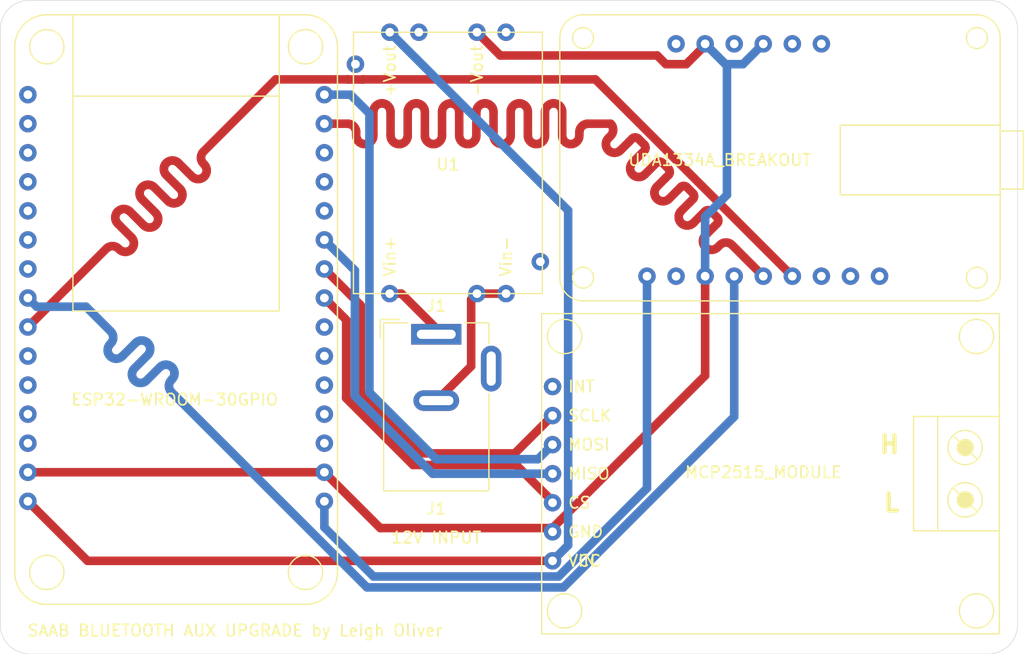
<source format=kicad_pcb>
(kicad_pcb (version 20171130) (host pcbnew 5.1.5-52549c5~86~ubuntu19.04.1)

  (general
    (thickness 1.6)
    (drawings 10)
    (tracks 644)
    (zones 0)
    (modules 5)
    (nets 13)
  )

  (page A4)
  (layers
    (0 F.Cu signal)
    (31 B.Cu signal)
    (32 B.Adhes user)
    (33 F.Adhes user)
    (34 B.Paste user)
    (35 F.Paste user)
    (36 B.SilkS user)
    (37 F.SilkS user)
    (38 B.Mask user)
    (39 F.Mask user)
    (40 Dwgs.User user)
    (41 Cmts.User user)
    (42 Eco1.User user)
    (43 Eco2.User user)
    (44 Edge.Cuts user)
    (45 Margin user)
    (46 B.CrtYd user)
    (47 F.CrtYd user)
    (48 B.Fab user)
    (49 F.Fab user)
  )

  (setup
    (last_trace_width 0.75)
    (user_trace_width 0.5)
    (user_trace_width 0.75)
    (trace_clearance 0.2)
    (zone_clearance 1)
    (zone_45_only no)
    (trace_min 0.2)
    (via_size 0.8)
    (via_drill 0.4)
    (via_min_size 0.4)
    (via_min_drill 0.3)
    (uvia_size 0.3)
    (uvia_drill 0.1)
    (uvias_allowed no)
    (uvia_min_size 0.2)
    (uvia_min_drill 0.1)
    (edge_width 0.05)
    (segment_width 0.2)
    (pcb_text_width 0.3)
    (pcb_text_size 1.5 1.5)
    (mod_edge_width 0.12)
    (mod_text_size 1 1)
    (mod_text_width 0.15)
    (pad_size 1.524 1.524)
    (pad_drill 0)
    (pad_to_mask_clearance 0.051)
    (solder_mask_min_width 0.25)
    (aux_axis_origin 0 0)
    (visible_elements FFFFFF7F)
    (pcbplotparams
      (layerselection 0x010fc_ffffffff)
      (usegerberextensions false)
      (usegerberattributes false)
      (usegerberadvancedattributes false)
      (creategerberjobfile false)
      (excludeedgelayer true)
      (linewidth 0.100000)
      (plotframeref false)
      (viasonmask false)
      (mode 1)
      (useauxorigin false)
      (hpglpennumber 1)
      (hpglpenspeed 20)
      (hpglpendiameter 15.000000)
      (psnegative false)
      (psa4output false)
      (plotreference true)
      (plotvalue true)
      (plotinvisibletext false)
      (padsonsilk false)
      (subtractmaskfromsilk false)
      (outputformat 1)
      (mirror false)
      (drillshape 0)
      (scaleselection 1)
      (outputdirectory "plot/"))
  )

  (net 0 "")
  (net 1 GND)
  (net 2 5VDC)
  (net 3 3VDC)
  (net 4 SPI_CS)
  (net 5 SPI_SCLK)
  (net 6 SPI_MISO)
  (net 7 I2S_DIN)
  (net 8 SPI_MOSI)
  (net 9 I2S_BCLK)
  (net 10 I2S_WSEL)
  (net 11 "Net-(J1-Pad1)")
  (net 12 "Net-(J1-Pad2)")

  (net_class Default "This is the default net class."
    (clearance 0.2)
    (trace_width 0.25)
    (via_dia 0.8)
    (via_drill 0.4)
    (uvia_dia 0.3)
    (uvia_drill 0.1)
    (add_net 3VDC)
    (add_net 5VDC)
    (add_net GND)
    (add_net I2S_BCLK)
    (add_net I2S_DIN)
    (add_net I2S_WSEL)
    (add_net "Net-(J1-Pad1)")
    (add_net "Net-(J1-Pad2)")
    (add_net SPI_CS)
    (add_net SPI_MISO)
    (add_net SPI_MOSI)
    (add_net SPI_SCLK)
  )

  (module custom_footprints:CC3-1205SF-E (layer F.Cu) (tedit 5EC5F902) (tstamp 5EA5F0E1)
    (at 134.366 89.154)
    (path /5EA608C5)
    (fp_text reference U1 (at 0 0.135 180) (layer F.SilkS)
      (effects (font (size 1 1) (thickness 0.15)))
    )
    (fp_text value CC3-1205SF-E (at 0 1.135 180) (layer F.Fab)
      (effects (font (size 1 1) (thickness 0.15)))
    )
    (fp_text user -Vout (at 2.54 -5.715 270) (layer F.SilkS)
      (effects (font (size 1 1) (thickness 0.15)) (justify left))
    )
    (fp_text user +Vout (at -5.08 -5.715 90) (layer F.SilkS)
      (effects (font (size 1 1) (thickness 0.15)) (justify left))
    )
    (fp_text user Vin- (at 5.08 6.35 270) (layer F.SilkS)
      (effects (font (size 1 1) (thickness 0.15)) (justify right))
    )
    (fp_text user Vin+ (at -5.08 6.35 270) (layer F.SilkS)
      (effects (font (size 1 1) (thickness 0.15)) (justify right))
    )
    (fp_line (start -8.255 11.43) (end -8.255 -11.43) (layer F.SilkS) (width 0.12))
    (fp_line (start 8.255 11.43) (end -8.255 11.43) (layer F.SilkS) (width 0.12))
    (fp_line (start 8.255 -11.43) (end -8.255 -11.43) (layer F.SilkS) (width 0.12))
    (fp_line (start 8.255 11.43) (end 8.255 -11.43) (layer F.SilkS) (width 0.12))
    (pad "" thru_hole circle (at -8.08 -8.636) (size 1.524 1.524) (drill 0.762) (layers *.Cu *.Mask))
    (pad "" thru_hole circle (at 8.08 8.636) (size 1.524 1.524) (drill 0.762) (layers *.Cu *.Mask))
    (pad 5 thru_hole circle (at 2.54 -11.43 180) (size 1.524 1.524) (drill 0.762) (layers *.Cu *.Mask)
      (net 1 GND))
    (pad 4 thru_hole circle (at 5.08 -11.43 180) (size 1.524 1.524) (drill 0.762) (layers *.Cu *.Mask))
    (pad 6 thru_hole circle (at -2.54 -11.43 180) (size 1.524 1.524) (drill 0.762) (layers *.Cu *.Mask))
    (pad 7 thru_hole circle (at -5.08 -11.43 180) (size 1.524 1.524) (drill 0.762) (layers *.Cu *.Mask)
      (net 2 5VDC))
    (pad 3 thru_hole circle (at 5.08 11.43 180) (size 1.524 1.524) (drill 0.762) (layers *.Cu *.Mask)
      (net 12 "Net-(J1-Pad2)"))
    (pad 2 thru_hole circle (at 2.54 11.43 180) (size 1.524 1.524) (drill 0.762) (layers *.Cu *.Mask)
      (net 12 "Net-(J1-Pad2)"))
    (pad 1 thru_hole circle (at -5.08 11.43 180) (size 1.524 1.524) (drill 0.762) (layers *.Cu *.Mask)
      (net 11 "Net-(J1-Pad1)"))
  )

  (module Connector_BarrelJack:BarrelJack_Wuerth_6941xx301002 (layer F.Cu) (tedit 5B191DE1) (tstamp 5EB31793)
    (at 133.35 104.14)
    (descr "Wuerth electronics barrel jack connector (5.5mm outher diameter, inner diameter 2.05mm or 2.55mm depending on exact order number), See: http://katalog.we-online.de/em/datasheet/6941xx301002.pdf")
    (tags "connector barrel jack")
    (path /5EB35333)
    (fp_text reference J1 (at 0 -2.5) (layer F.SilkS)
      (effects (font (size 1 1) (thickness 0.15)))
    )
    (fp_text value Barrel_Jack (at 0 15.5) (layer F.Fab)
      (effects (font (size 1 1) (thickness 0.15)))
    )
    (fp_line (start -4.6 -1) (end -2.5 -1) (layer F.SilkS) (width 0.12))
    (fp_line (start 6.2 0.5) (end 5 0.5) (layer F.CrtYd) (width 0.05))
    (fp_line (start 6.2 5.5) (end 5 5.5) (layer F.CrtYd) (width 0.05))
    (fp_line (start 6.2 0.5) (end 6.2 5.5) (layer F.CrtYd) (width 0.05))
    (fp_line (start 5 0.5) (end 5 -1.4) (layer F.CrtYd) (width 0.05))
    (fp_line (start -5 14.1) (end 5 14.1) (layer F.CrtYd) (width 0.05))
    (fp_line (start -5 -1.4) (end -5 14.1) (layer F.CrtYd) (width 0.05))
    (fp_line (start 5 -1.4) (end -5 -1.4) (layer F.CrtYd) (width 0.05))
    (fp_line (start -4.9 -1.3) (end -4.9 0.3) (layer F.SilkS) (width 0.12))
    (fp_line (start -3.2 -1.3) (end -4.9 -1.3) (layer F.SilkS) (width 0.12))
    (fp_line (start 4.6 -1) (end 4.6 0.8) (layer F.SilkS) (width 0.12))
    (fp_line (start 2.5 -1) (end 4.6 -1) (layer F.SilkS) (width 0.12))
    (fp_line (start -4.6 13.7) (end -4.6 -1) (layer F.SilkS) (width 0.12))
    (fp_line (start 4.6 13.7) (end -4.6 13.7) (layer F.SilkS) (width 0.12))
    (fp_text user %R (at 0 15.24) (layer F.SilkS)
      (effects (font (size 1 1) (thickness 0.15)))
    )
    (fp_line (start -4.5 13.6) (end -4.5 0.1) (layer F.Fab) (width 0.1))
    (fp_line (start 4.5 13.6) (end -4.5 13.6) (layer F.Fab) (width 0.1))
    (fp_line (start 4.5 -0.9) (end 4.5 13.6) (layer F.Fab) (width 0.1))
    (fp_line (start 4.5 -0.9) (end -3.5 -0.9) (layer F.Fab) (width 0.1))
    (fp_line (start -4.5 0.1) (end -3.5 -0.9) (layer F.Fab) (width 0.1))
    (fp_line (start 4.6 5.2) (end 4.6 13.7) (layer F.SilkS) (width 0.12))
    (fp_line (start 5 14.1) (end 5 5.5) (layer F.CrtYd) (width 0.05))
    (pad 1 thru_hole rect (at 0 0) (size 4.4 1.8) (drill oval 3.4 0.8) (layers *.Cu *.Mask)
      (net 11 "Net-(J1-Pad1)"))
    (pad 2 thru_hole oval (at 0 5.8) (size 4 1.8) (drill oval 3 0.8) (layers *.Cu *.Mask)
      (net 12 "Net-(J1-Pad2)"))
    (pad 3 thru_hole oval (at 4.8 3 90) (size 4 1.8) (drill oval 3 0.8) (layers *.Cu *.Mask))
    (model ${KISYS3DMOD}/Connector_BarrelJack.3dshapes/BarrelJack_Wuerth_6941xx301002.wrl
      (at (xyz 0 0 0))
      (scale (xyz 1 1 1))
      (rotate (xyz 0 0 0))
    )
  )

  (module custom_footprints:MCP2515_Module (layer F.Cu) (tedit 5EB5153A) (tstamp 5EB2E4DA)
    (at 162.56 116.332)
    (path /5EA5DFB8)
    (fp_text reference U3 (at 0 0.5) (layer F.SilkS) hide
      (effects (font (size 1 1) (thickness 0.15)))
    )
    (fp_text value MCP2515_MODULE (at -0.635 -0.127) (layer F.SilkS)
      (effects (font (size 1 1) (thickness 0.15)))
    )
    (fp_text user VIN (at -17.78 7.62) (layer F.SilkS)
      (effects (font (size 1 1) (thickness 0.15)) (justify left))
    )
    (fp_text user GND (at -17.78 5.08) (layer F.SilkS)
      (effects (font (size 1 1) (thickness 0.15)) (justify left))
    )
    (fp_text user CS (at -17.78 2.54) (layer F.SilkS)
      (effects (font (size 1 1) (thickness 0.15)) (justify left))
    )
    (fp_text user MISO (at -17.78 0) (layer F.SilkS)
      (effects (font (size 1 1) (thickness 0.15)) (justify left))
    )
    (fp_text user MOSI (at -17.78 -2.54) (layer F.SilkS)
      (effects (font (size 1 1) (thickness 0.15)) (justify left))
    )
    (fp_text user SCLK (at -17.78 -5.08) (layer F.SilkS)
      (effects (font (size 1 1) (thickness 0.15)) (justify left))
    )
    (fp_text user INT (at -17.78 -7.62) (layer F.SilkS)
      (effects (font (size 1 1) (thickness 0.15)) (justify left))
    )
    (fp_text user L (at 11.43 2.54) (layer F.SilkS)
      (effects (font (size 1.5 1.5) (thickness 0.375)) (justify right))
    )
    (fp_text user H (at 11.43 -2.54) (layer F.SilkS)
      (effects (font (size 1.5 1.5) (thickness 0.375)) (justify right))
    )
    (fp_line (start 16.002 1.27) (end 18.034 3.302) (layer F.SilkS) (width 0.12))
    (fp_line (start 16.002 -3.302) (end 18.034 -1.27) (layer F.SilkS) (width 0.12))
    (fp_circle (center 17 2.286) (end 18.5 2.286) (layer F.SilkS) (width 0.12))
    (fp_circle (center 17 -2.286) (end 18.5 -2.286) (layer F.SilkS) (width 0.12))
    (fp_line (start 14.605 -4.953) (end 14.605 4.953) (layer F.SilkS) (width 0.12))
    (fp_line (start 12.5 5) (end 19.939 5) (layer F.SilkS) (width 0.12))
    (fp_line (start 12.5 -5) (end 19.939 -5) (layer F.SilkS) (width 0.12))
    (fp_line (start 12.5 -5) (end 12.5 5) (layer F.SilkS) (width 0.12))
    (fp_circle (center 18 12) (end 19.5 12) (layer F.SilkS) (width 0.12))
    (fp_circle (center -18 12) (end -16.5 12) (layer F.SilkS) (width 0.12))
    (fp_circle (center 18 -12) (end 19.5 -12) (layer F.SilkS) (width 0.12))
    (fp_circle (center -18 -12) (end -16.5 -12) (layer F.SilkS) (width 0.12))
    (fp_line (start 20 14) (end 20 -14) (layer F.SilkS) (width 0.12))
    (fp_line (start -20 -14) (end -20 14) (layer F.SilkS) (width 0.12))
    (fp_line (start 20 14) (end -20 14) (layer F.SilkS) (width 0.12))
    (fp_line (start -20 -14) (end 20 -14) (layer F.SilkS) (width 0.12))
    (fp_text user VCC (at -17.78 7.62) (layer F.SilkS)
      (effects (font (size 1 1) (thickness 0.15)) (justify left))
    )
    (pad CANL connect circle (at 17.018 2.286) (size 1.524 1.524) (layers F.SilkS))
    (pad CANH connect circle (at 17.018 -2.286) (size 1.524 1.524) (layers F.SilkS))
    (pad VIN thru_hole circle (at -19.05 7.62) (size 1.524 1.524) (drill 0.762) (layers *.Cu *.Mask)
      (net 2 5VDC))
    (pad GND thru_hole circle (at -19.05 5.08) (size 1.524 1.524) (drill 0.762) (layers *.Cu *.Mask)
      (net 1 GND))
    (pad CS thru_hole circle (at -19.05 2.54) (size 1.524 1.524) (drill 0.762) (layers *.Cu *.Mask)
      (net 4 SPI_CS))
    (pad MISO thru_hole circle (at -19.05 0) (size 1.524 1.524) (drill 0.762) (layers *.Cu *.Mask)
      (net 6 SPI_MISO))
    (pad MOSI thru_hole circle (at -19.05 -2.54) (size 1.524 1.524) (drill 0.762) (layers *.Cu *.Mask)
      (net 8 SPI_MOSI))
    (pad SCLK thru_hole circle (at -19.05 -5.08) (size 1.524 1.524) (drill 0.762) (layers *.Cu *.Mask)
      (net 5 SPI_SCLK))
    (pad INT thru_hole circle (at -19.05 -7.62) (size 1.524 1.524) (drill 0.762) (layers *.Cu *.Mask))
  )

  (module custom_footprints:UDA1334A-Breakout (layer F.Cu) (tedit 5EB28740) (tstamp 5EA5F161)
    (at 161.925 88.9)
    (path /5EA5F0CB)
    (fp_text reference U4 (at 0 0.5) (layer F.SilkS) hide
      (effects (font (size 1 1) (thickness 0.15)))
    )
    (fp_text value UDA1334A_BREAKOUT (at -3.81 0) (layer F.SilkS)
      (effects (font (size 1 1) (thickness 0.15)))
    )
    (fp_line (start 22.733 2.54) (end 20.701 2.54) (layer F.SilkS) (width 0.12))
    (fp_line (start 22.733 -2.54) (end 20.701 -2.54) (layer F.SilkS) (width 0.12))
    (fp_line (start 22.733 -2.54) (end 22.733 2.54) (layer F.SilkS) (width 0.12))
    (fp_line (start 6.731 -3.048) (end 6.731 3.048) (layer F.SilkS) (width 0.12))
    (fp_line (start 20.701 -3.048) (end 6.731 -3.048) (layer F.SilkS) (width 0.12))
    (fp_line (start 20.701 3.048) (end 6.731 3.048) (layer F.SilkS) (width 0.12))
    (fp_line (start 20.701 -3.048) (end 20.701 3.048) (layer F.SilkS) (width 0.12))
    (fp_circle (center 18.669 -10.668) (end 19.177 -11.43) (layer F.SilkS) (width 0.12))
    (fp_circle (center 18.669 10.287) (end 19.177 9.525) (layer F.SilkS) (width 0.12))
    (fp_circle (center -15.748 10.287) (end -15.24 9.525) (layer F.SilkS) (width 0.12))
    (fp_circle (center -15.748 -10.668) (end -15.24 -11.43) (layer F.SilkS) (width 0.12))
    (fp_arc (start -15.748 10.287) (end -17.78 10.287) (angle -90) (layer F.SilkS) (width 0.12))
    (fp_arc (start 18.669 10.287) (end 18.669 12.319) (angle -90) (layer F.SilkS) (width 0.12))
    (fp_arc (start 18.669 -10.668) (end 20.701 -10.668) (angle -90) (layer F.SilkS) (width 0.12))
    (fp_arc (start -15.748 -10.668) (end -15.748 -12.7) (angle -90) (layer F.SilkS) (width 0.12))
    (fp_line (start -17.78 10.287) (end -17.78 -10.668) (layer F.SilkS) (width 0.12))
    (fp_line (start 18.669 12.319) (end -15.748 12.319) (layer F.SilkS) (width 0.12))
    (fp_line (start 20.701 -10.668) (end 20.701 10.287) (layer F.SilkS) (width 0.12))
    (fp_line (start -15.748 -12.7) (end 18.669 -12.7) (layer F.SilkS) (width 0.12))
    (pad Rout thru_hole circle (at 10.16 10.16) (size 1.524 1.524) (drill 0.762) (layers *.Cu *.Mask))
    (pad AGND thru_hole circle (at 7.62 10.16) (size 1.524 1.524) (drill 0.762) (layers *.Cu *.Mask))
    (pad Lout thru_hole circle (at 5.08 10.16) (size 1.524 1.524) (drill 0.762) (layers *.Cu *.Mask))
    (pad BCLK thru_hole circle (at 2.54 10.16) (size 1.524 1.524) (drill 0.762) (layers *.Cu *.Mask)
      (net 9 I2S_BCLK))
    (pad DIN thru_hole circle (at 0 10.16) (size 1.524 1.524) (drill 0.762) (layers *.Cu *.Mask)
      (net 7 I2S_DIN))
    (pad WSEL thru_hole circle (at -2.54 10.16) (size 1.524 1.524) (drill 0.762) (layers *.Cu *.Mask)
      (net 10 I2S_WSEL))
    (pad GND thru_hole circle (at -5.08 10.16) (size 1.524 1.524) (drill 0.762) (layers *.Cu *.Mask)
      (net 1 GND))
    (pad VIN thru_hole circle (at -10.16 10.16) (size 1.524 1.524) (drill 0.762) (layers *.Cu *.Mask)
      (net 3 3VDC))
    (pad 3V0 thru_hole circle (at -7.62 10.16) (size 1.524 1.524) (drill 0.762) (layers *.Cu *.Mask))
    (pad DEEM thru_hole circle (at 5.08 -10.16) (size 1.524 1.524) (drill 0.762) (layers *.Cu *.Mask))
    (pad PLL thru_hole circle (at 2.54 -10.16) (size 1.524 1.524) (drill 0.762) (layers *.Cu *.Mask))
    (pad SF0 thru_hole circle (at 0 -10.16) (size 1.524 1.524) (drill 0.762) (layers *.Cu *.Mask)
      (net 1 GND))
    (pad MUTE thru_hole circle (at -2.54 -10.16) (size 1.524 1.524) (drill 0.762) (layers *.Cu *.Mask))
    (pad SF1 thru_hole circle (at -5.08 -10.16) (size 1.524 1.524) (drill 0.762) (layers *.Cu *.Mask)
      (net 1 GND))
    (pad SCLK thru_hole circle (at -7.62 -10.16) (size 1.524 1.524) (drill 0.762) (layers *.Cu *.Mask))
  )

  (module custom_footprints:ESP32-WROOM-30GPIO (layer F.Cu) (tedit 5EB27CA3) (tstamp 5EB2EAA8)
    (at 110.49 101.6)
    (path /5EA5CF06)
    (fp_text reference U2 (at 0 0.5) (layer F.SilkS) hide
      (effects (font (size 1 1) (thickness 0.15)))
    )
    (fp_text value ESP32-WROOM-30GPIO (at 0 8.255) (layer F.SilkS)
      (effects (font (size 1 1) (thickness 0.15)))
    )
    (fp_arc (start -11.176 23.368) (end -13.97 23.368) (angle -90) (layer F.SilkS) (width 0.12))
    (fp_arc (start 11.43 23.368) (end 11.43 26.162) (angle -90) (layer F.SilkS) (width 0.12))
    (fp_arc (start 11.43 -22.606) (end 14.224 -22.606) (angle -90) (layer F.SilkS) (width 0.12))
    (fp_arc (start -11.176 -22.606) (end -11.176 -25.4) (angle -90) (layer F.SilkS) (width 0.12))
    (fp_line (start -8.89 -18.288) (end 9.144 -18.288) (layer F.SilkS) (width 0.12))
    (fp_line (start 9.144 0.508) (end 9.144 -25.4) (layer F.SilkS) (width 0.12))
    (fp_line (start -8.89 -25.4) (end -8.89 0.508) (layer F.SilkS) (width 0.12))
    (fp_line (start -8.89 0.508) (end 9.144 0.508) (layer F.SilkS) (width 0.12))
    (fp_circle (center -11.176 23.368) (end -9.676 23.368) (layer F.SilkS) (width 0.12))
    (fp_circle (center 11.43 23.368) (end 12.93 23.368) (layer F.SilkS) (width 0.12))
    (fp_circle (center 11.43 -22.606) (end 12.93 -22.606) (layer F.SilkS) (width 0.12))
    (fp_circle (center -11.176 -22.606) (end -9.676 -22.606) (layer F.SilkS) (width 0.12))
    (fp_line (start -13.97 23.368) (end -13.97 -22.606) (layer F.SilkS) (width 0.12))
    (fp_line (start 11.43 26.162) (end -11.176 26.162) (layer F.SilkS) (width 0.12))
    (fp_line (start 14.224 -22.606) (end 14.224 23.368) (layer F.SilkS) (width 0.12))
    (fp_line (start -11.176 -25.4) (end 11.43 -25.4) (layer F.SilkS) (width 0.12))
    (pad GPIO32 thru_hole circle (at -12.827 -5.715) (size 1.524 1.524) (drill 0.762) (layers *.Cu *.Mask))
    (pad 3V3 thru_hole circle (at 13.081 17.145) (size 1.524 1.524) (drill 0.762) (layers *.Cu *.Mask)
      (net 3 3VDC))
    (pad GND thru_hole circle (at 13.081 14.605) (size 1.524 1.524) (drill 0.762) (layers *.Cu *.Mask)
      (net 1 GND))
    (pad GPIO15 thru_hole circle (at 13.081 12.065) (size 1.524 1.524) (drill 0.762) (layers *.Cu *.Mask))
    (pad GPIO2 thru_hole circle (at 13.081 9.525) (size 1.524 1.524) (drill 0.762) (layers *.Cu *.Mask))
    (pad GPIO4 thru_hole circle (at 13.081 6.985) (size 1.524 1.524) (drill 0.762) (layers *.Cu *.Mask))
    (pad GPIO16 thru_hole circle (at 13.081 4.445) (size 1.524 1.524) (drill 0.762) (layers *.Cu *.Mask))
    (pad GPIO17 thru_hole circle (at 13.081 1.905) (size 1.524 1.524) (drill 0.762) (layers *.Cu *.Mask))
    (pad GPIO5 thru_hole circle (at 13.081 -0.635) (size 1.524 1.524) (drill 0.762) (layers *.Cu *.Mask)
      (net 4 SPI_CS))
    (pad GPIO18 thru_hole circle (at 13.081 -3.175) (size 1.524 1.524) (drill 0.762) (layers *.Cu *.Mask)
      (net 5 SPI_SCLK))
    (pad GPIO19 thru_hole circle (at 13.081 -5.715) (size 1.524 1.524) (drill 0.762) (layers *.Cu *.Mask)
      (net 6 SPI_MISO))
    (pad GPIO21 thru_hole circle (at 13.081 -8.255) (size 1.524 1.524) (drill 0.762) (layers *.Cu *.Mask))
    (pad GPIO3 thru_hole circle (at 13.081 -10.795) (size 1.524 1.524) (drill 0.762) (layers *.Cu *.Mask))
    (pad GPIO1 thru_hole circle (at 13.081 -13.335) (size 1.524 1.524) (drill 0.762) (layers *.Cu *.Mask))
    (pad GPIO22 thru_hole circle (at 13.081 -15.875) (size 1.524 1.524) (drill 0.762) (layers *.Cu *.Mask)
      (net 7 I2S_DIN))
    (pad GPIO23 thru_hole circle (at 13.081 -18.415) (size 1.524 1.524) (drill 0.762) (layers *.Cu *.Mask)
      (net 8 SPI_MOSI))
    (pad VIN thru_hole circle (at -12.827 17.145) (size 1.524 1.524) (drill 0.762) (layers *.Cu *.Mask)
      (net 2 5VDC))
    (pad GND thru_hole circle (at -12.827 14.605) (size 1.524 1.524) (drill 0.762) (layers *.Cu *.Mask)
      (net 1 GND))
    (pad GPIO13 thru_hole circle (at -12.827 12.065) (size 1.524 1.524) (drill 0.762) (layers *.Cu *.Mask))
    (pad GPIO12 thru_hole circle (at -12.827 9.525) (size 1.524 1.524) (drill 0.762) (layers *.Cu *.Mask))
    (pad GPIO14 thru_hole circle (at -12.827 6.985) (size 1.524 1.524) (drill 0.762) (layers *.Cu *.Mask))
    (pad GPIO27 thru_hole circle (at -12.827 4.445) (size 1.524 1.524) (drill 0.762) (layers *.Cu *.Mask))
    (pad GPIO26 thru_hole circle (at -12.827 1.905) (size 1.524 1.524) (drill 0.762) (layers *.Cu *.Mask)
      (net 9 I2S_BCLK))
    (pad GPIO25 thru_hole circle (at -12.827 -0.635) (size 1.524 1.524) (drill 0.762) (layers *.Cu *.Mask)
      (net 10 I2S_WSEL))
    (pad GPIO33 thru_hole circle (at -12.827 -3.175) (size 1.524 1.524) (drill 0.762) (layers *.Cu *.Mask))
    (pad GPIO35 thru_hole circle (at -12.827 -8.255) (size 1.524 1.524) (drill 0.762) (layers *.Cu *.Mask))
    (pad GPIO34 thru_hole circle (at -12.827 -10.795) (size 1.524 1.524) (drill 0.762) (layers *.Cu *.Mask))
    (pad GPIO39 thru_hole circle (at -12.827 -13.335) (size 1.524 1.524) (drill 0.762) (layers *.Cu *.Mask))
    (pad GPIO36 thru_hole circle (at -12.827 -15.875) (size 1.524 1.524) (drill 0.762) (layers *.Cu *.Mask))
    (pad EN thru_hole circle (at -12.827 -18.415) (size 1.524 1.524) (drill 0.762) (layers *.Cu *.Mask))
  )

  (gr_text "12V INPUT" (at 133.35 121.92) (layer F.SilkS)
    (effects (font (size 1 1) (thickness 0.15)))
  )
  (gr_text "SAAB BLUETOOTH AUX UPGRADE by Leigh Oliver" (at 97.536 130.048) (layer F.SilkS)
    (effects (font (size 1 1) (thickness 0.15)) (justify left))
  )
  (gr_arc (start 97.79 129.54) (end 95.25 129.54) (angle -90) (layer Edge.Cuts) (width 0.05) (tstamp 5EB319CD))
  (gr_arc (start 181.61 129.54) (end 181.61 132.08) (angle -90) (layer Edge.Cuts) (width 0.05) (tstamp 5EB319CD))
  (gr_arc (start 181.61 77.47) (end 184.15 77.47) (angle -90) (layer Edge.Cuts) (width 0.05) (tstamp 5EB319CD))
  (gr_arc (start 97.79 77.47) (end 97.79 74.93) (angle -90) (layer Edge.Cuts) (width 0.05))
  (gr_line (start 95.25 129.54) (end 95.25 77.47) (layer Edge.Cuts) (width 0.05) (tstamp 5EB315FD))
  (gr_line (start 181.61 132.08) (end 97.79 132.08) (layer Edge.Cuts) (width 0.05))
  (gr_line (start 184.15 77.47) (end 184.15 129.54) (layer Edge.Cuts) (width 0.05))
  (gr_line (start 97.79 74.93) (end 181.61 74.93) (layer Edge.Cuts) (width 0.05))

  (segment (start 156.845 99.06) (end 156.845 107.7527) (width 0.75) (layer F.Cu) (net 1))
  (segment (start 156.845 107.7527) (end 143.51 121.0877) (width 0.75) (layer F.Cu) (net 1))
  (segment (start 143.51 121.0877) (end 143.51 121.412) (width 0.75) (layer F.Cu) (net 1))
  (segment (start 97.663 116.205) (end 123.571 116.205) (width 0.75) (layer F.Cu) (net 1))
  (segment (start 143.51 121.0877) (end 128.4537 121.0877) (width 0.75) (layer F.Cu) (net 1))
  (segment (start 128.4537 121.0877) (end 123.571 116.205) (width 0.75) (layer F.Cu) (net 1))
  (segment (start 156.845 78.74) (end 158.623 80.518) (width 0.75) (layer B.Cu) (net 1))
  (segment (start 160.147 80.518) (end 161.925 78.74) (width 0.75) (layer B.Cu) (net 1))
  (segment (start 158.623 80.518) (end 160.147 80.518) (width 0.75) (layer B.Cu) (net 1))
  (segment (start 156.845 78.74) (end 158.75 80.645) (width 0.75) (layer B.Cu) (net 1))
  (segment (start 156.845 93.8569) (end 156.845 99.06) (width 0.75) (layer B.Cu) (net 1))
  (segment (start 158.75 91.9519) (end 156.845 93.8569) (width 0.75) (layer B.Cu) (net 1))
  (segment (start 158.75 80.645) (end 158.75 91.9519) (width 0.75) (layer B.Cu) (net 1))
  (segment (start 156.845 78.867) (end 156.845 78.74) (width 0.75) (layer F.Cu) (net 1))
  (segment (start 136.906 77.724) (end 138.938 79.756) (width 0.75) (layer F.Cu) (net 1))
  (segment (start 138.938 79.756) (end 152.654 79.756) (width 0.75) (layer F.Cu) (net 1))
  (segment (start 153.416 80.518) (end 155.194 80.518) (width 0.75) (layer F.Cu) (net 1))
  (segment (start 155.194 80.518) (end 156.845 78.867) (width 0.75) (layer F.Cu) (net 1))
  (segment (start 152.654 79.756) (end 153.416 80.518) (width 0.75) (layer F.Cu) (net 1))
  (segment (start 143.51 123.952) (end 102.87 123.952) (width 0.75) (layer F.Cu) (net 2))
  (segment (start 102.87 123.952) (end 97.663 118.745) (width 0.75) (layer F.Cu) (net 2))
  (segment (start 144.8737 93.3117) (end 136.144 84.582) (width 0.75) (layer B.Cu) (net 2))
  (segment (start 136.144 84.582) (end 129.286 77.724) (width 0.75) (layer B.Cu) (net 2))
  (segment (start 143.51 123.952) (end 144.8737 122.5883) (width 0.75) (layer B.Cu) (net 2))
  (segment (start 144.8737 122.5883) (end 144.8737 93.3117) (width 0.75) (layer B.Cu) (net 2))
  (segment (start 123.571 121.031) (end 123.571 118.745) (width 0.75) (layer B.Cu) (net 3))
  (segment (start 127.861 125.321) (end 123.571 121.031) (width 0.75) (layer B.Cu) (net 3))
  (segment (start 151.765 117.598) (end 144.042 125.321) (width 0.75) (layer B.Cu) (net 3))
  (segment (start 151.765 99.06) (end 151.765 117.598) (width 0.75) (layer B.Cu) (net 3))
  (segment (start 144.042 125.321) (end 127.861 125.321) (width 0.75) (layer B.Cu) (net 3))
  (segment (start 143.51 118.745) (end 143.51 118.872) (width 0.75) (layer F.Cu) (net 4))
  (segment (start 140.335 115.57) (end 143.51 118.745) (width 0.75) (layer F.Cu) (net 4))
  (segment (start 123.571 100.965) (end 125.476 102.87) (width 0.75) (layer F.Cu) (net 4))
  (segment (start 125.476 109.728) (end 131.318 115.57) (width 0.75) (layer F.Cu) (net 4))
  (segment (start 125.476 102.87) (end 125.476 109.728) (width 0.75) (layer F.Cu) (net 4))
  (segment (start 131.318 115.57) (end 140.335 115.57) (width 0.75) (layer F.Cu) (net 4))
  (segment (start 140.208 114.554) (end 143.51 111.252) (width 0.75) (layer F.Cu) (net 5))
  (segment (start 132.08 114.554) (end 140.208 114.554) (width 0.75) (layer F.Cu) (net 5))
  (segment (start 126.746 109.22) (end 132.08 114.554) (width 0.75) (layer F.Cu) (net 5))
  (segment (start 123.571 98.425) (end 126.746 101.6) (width 0.75) (layer F.Cu) (net 5))
  (segment (start 126.746 101.6) (end 126.746 109.22) (width 0.75) (layer F.Cu) (net 5))
  (segment (start 133.022482 116.332) (end 142.43237 116.332) (width 0.75) (layer B.Cu) (net 6))
  (segment (start 126.238 109.547518) (end 133.022482 116.332) (width 0.75) (layer B.Cu) (net 6))
  (segment (start 142.43237 116.332) (end 143.51 116.332) (width 0.75) (layer B.Cu) (net 6))
  (segment (start 123.571 95.885) (end 126.238 98.552) (width 0.75) (layer B.Cu) (net 6))
  (segment (start 126.238 98.552) (end 126.238 109.547518) (width 0.75) (layer B.Cu) (net 6))
  (segment (start 159.196591 96.331591) (end 160.254391 97.389391) (width 0.75) (layer F.Cu) (net 7))
  (segment (start 159.065285 96.226878) (end 159.196591 96.331591) (width 0.75) (layer F.Cu) (net 7))
  (segment (start 158.750235 96.116637) (end 158.913971 96.154008) (width 0.75) (layer F.Cu) (net 7))
  (segment (start 158.418552 96.154008) (end 158.582288 96.116637) (width 0.75) (layer F.Cu) (net 7))
  (segment (start 157.935346 96.532177) (end 158.135931 96.331591) (width 0.75) (layer F.Cu) (net 7))
  (segment (start 157.157306 96.709759) (end 157.321042 96.747131) (width 0.75) (layer F.Cu) (net 7))
  (segment (start 157.005992 96.63689) (end 157.157306 96.709759) (width 0.75) (layer F.Cu) (net 7))
  (segment (start 158.135931 96.331591) (end 158.267237 96.226878) (width 0.75) (layer F.Cu) (net 7))
  (segment (start 156.874686 96.532177) (end 157.005992 96.63689) (width 0.75) (layer F.Cu) (net 7))
  (segment (start 156.874686 95.471517) (end 156.769973 95.602823) (width 0.75) (layer F.Cu) (net 7))
  (segment (start 157.605602 94.740602) (end 156.874686 95.471517) (width 0.75) (layer F.Cu) (net 7))
  (segment (start 157.882671 94.463532) (end 157.605602 94.740602) (width 0.75) (layer F.Cu) (net 7))
  (segment (start 157.937378 94.394931) (end 157.882671 94.463532) (width 0.75) (layer F.Cu) (net 7))
  (segment (start 157.994973 94.230334) (end 157.97545 94.315878) (width 0.75) (layer F.Cu) (net 7))
  (segment (start 157.975449 94.057048) (end 157.994974 94.142592) (width 0.75) (layer F.Cu) (net 7))
  (segment (start 157.142953 93.290571) (end 157.228495 93.310094) (width 0.75) (layer F.Cu) (net 7))
  (segment (start 155.814028 94.410859) (end 156.822013 93.402874) (width 0.75) (layer F.Cu) (net 7))
  (segment (start 155.367671 94.625813) (end 155.531407 94.588441) (width 0.75) (layer F.Cu) (net 7))
  (segment (start 155.199724 94.625813) (end 155.367671 94.625813) (width 0.75) (layer F.Cu) (net 7))
  (segment (start 154.884674 94.515572) (end 155.035988 94.588441) (width 0.75) (layer F.Cu) (net 7))
  (segment (start 154.648655 94.279553) (end 154.753368 94.410859) (width 0.75) (layer F.Cu) (net 7))
  (segment (start 154.648655 93.481505) (end 154.575785 93.63282) (width 0.75) (layer F.Cu) (net 7))
  (segment (start 155.484284 92.619284) (end 154.753368 93.350199) (width 0.75) (layer F.Cu) (net 7))
  (segment (start 155.873656 92.021274) (end 155.873655 92.109016) (width 0.75) (layer F.Cu) (net 7))
  (segment (start 155.854131 91.93573) (end 155.873656 92.021274) (width 0.75) (layer F.Cu) (net 7))
  (segment (start 155.107177 91.188776) (end 155.186232 91.226848) (width 0.75) (layer F.Cu) (net 7))
  (segment (start 154.933891 91.169252) (end 155.021635 91.169253) (width 0.75) (layer F.Cu) (net 7))
  (segment (start 157.80404 96.63689) (end 157.935346 96.532177) (width 0.75) (layer F.Cu) (net 7))
  (segment (start 154.769294 91.226847) (end 154.848349 91.188777) (width 0.75) (layer F.Cu) (net 7))
  (segment (start 155.854132 92.19456) (end 155.81606 92.273613) (width 0.75) (layer F.Cu) (net 7))
  (segment (start 154.700695 91.281556) (end 154.769294 91.226847) (width 0.75) (layer F.Cu) (net 7))
  (segment (start 155.873655 92.109016) (end 155.854132 92.19456) (width 0.75) (layer F.Cu) (net 7))
  (segment (start 153.69271 92.289541) (end 154.700695 91.281556) (width 0.75) (layer F.Cu) (net 7))
  (segment (start 153.561404 92.394254) (end 153.69271 92.289541) (width 0.75) (layer F.Cu) (net 7))
  (segment (start 153.246353 92.504495) (end 153.410089 92.467123) (width 0.75) (layer F.Cu) (net 7))
  (segment (start 153.078406 92.504495) (end 153.246353 92.504495) (width 0.75) (layer F.Cu) (net 7))
  (segment (start 152.763356 92.394254) (end 152.91467 92.467123) (width 0.75) (layer F.Cu) (net 7))
  (segment (start 152.63205 92.289541) (end 152.763356 92.394254) (width 0.75) (layer F.Cu) (net 7))
  (segment (start 152.454467 92.006921) (end 152.527337 92.158235) (width 0.75) (layer F.Cu) (net 7))
  (segment (start 155.761353 92.342214) (end 155.484284 92.619284) (width 0.75) (layer F.Cu) (net 7))
  (segment (start 152.417096 91.675238) (end 152.417096 91.843185) (width 0.75) (layer F.Cu) (net 7))
  (segment (start 152.527337 91.360187) (end 152.454467 91.511502) (width 0.75) (layer F.Cu) (net 7))
  (segment (start 152.63205 91.228881) (end 152.527337 91.360187) (width 0.75) (layer F.Cu) (net 7))
  (segment (start 155.186232 91.226848) (end 155.254833 91.281555) (width 0.75) (layer F.Cu) (net 7))
  (segment (start 153.362966 90.497966) (end 152.63205 91.228881) (width 0.75) (layer F.Cu) (net 7))
  (segment (start 153.640035 90.220896) (end 153.362966 90.497966) (width 0.75) (layer F.Cu) (net 7))
  (segment (start 153.694742 90.152295) (end 153.640035 90.220896) (width 0.75) (layer F.Cu) (net 7))
  (segment (start 153.694743 89.735359) (end 153.732813 89.814412) (width 0.75) (layer F.Cu) (net 7))
  (segment (start 157.321042 96.747131) (end 157.488989 96.747131) (width 0.75) (layer F.Cu) (net 7))
  (segment (start 153.640036 89.666758) (end 153.694743 89.735359) (width 0.75) (layer F.Cu) (net 7))
  (segment (start 153.064914 89.10553) (end 153.133515 89.160237) (width 0.75) (layer F.Cu) (net 7))
  (segment (start 152.985859 89.067458) (end 153.064914 89.10553) (width 0.75) (layer F.Cu) (net 7))
  (segment (start 157.376151 93.402873) (end 157.882672 93.909394) (width 0.75) (layer F.Cu) (net 7))
  (segment (start 152.812573 89.047934) (end 152.900317 89.047935) (width 0.75) (layer F.Cu) (net 7))
  (segment (start 152.647976 89.105529) (end 152.727031 89.067459) (width 0.75) (layer F.Cu) (net 7))
  (segment (start 154.538414 93.964503) (end 154.575785 94.128239) (width 0.75) (layer F.Cu) (net 7))
  (segment (start 151.125035 90.383177) (end 151.288771 90.345805) (width 0.75) (layer F.Cu) (net 7))
  (segment (start 150.793352 90.345805) (end 150.957088 90.383177) (width 0.75) (layer F.Cu) (net 7))
  (segment (start 150.642038 90.272936) (end 150.793352 90.345805) (width 0.75) (layer F.Cu) (net 7))
  (segment (start 150.333149 89.885603) (end 150.406019 90.036917) (width 0.75) (layer F.Cu) (net 7))
  (segment (start 150.333149 89.390184) (end 150.295778 89.55392) (width 0.75) (layer F.Cu) (net 7))
  (segment (start 155.816061 91.856677) (end 155.854131 91.93573) (width 0.75) (layer F.Cu) (net 7))
  (segment (start 150.406019 89.238869) (end 150.333149 89.390184) (width 0.75) (layer F.Cu) (net 7))
  (segment (start 150.510732 89.107563) (end 150.406019 89.238869) (width 0.75) (layer F.Cu) (net 7))
  (segment (start 155.254833 91.281555) (end 155.761354 91.788076) (width 0.75) (layer F.Cu) (net 7))
  (segment (start 151.241648 88.376648) (end 150.510732 89.107563) (width 0.75) (layer F.Cu) (net 7))
  (segment (start 151.63102 87.778638) (end 151.631019 87.86638) (width 0.75) (layer F.Cu) (net 7))
  (segment (start 151.611495 87.693094) (end 151.63102 87.778638) (width 0.75) (layer F.Cu) (net 7))
  (segment (start 150.943596 86.984212) (end 151.012197 87.038919) (width 0.75) (layer F.Cu) (net 7))
  (segment (start 156.769973 95.602823) (end 156.697103 95.754138) (width 0.75) (layer F.Cu) (net 7))
  (segment (start 150.864541 86.94614) (end 150.943596 86.984212) (width 0.75) (layer F.Cu) (net 7))
  (segment (start 150.691255 86.926616) (end 150.778999 86.926617) (width 0.75) (layer F.Cu) (net 7))
  (segment (start 150.458059 87.03892) (end 150.526658 86.984211) (width 0.75) (layer F.Cu) (net 7))
  (segment (start 149.003717 88.261859) (end 149.167453 88.224487) (width 0.75) (layer F.Cu) (net 7))
  (segment (start 148.83577 88.261859) (end 149.003717 88.261859) (width 0.75) (layer F.Cu) (net 7))
  (segment (start 148.52072 88.151618) (end 148.672034 88.224487) (width 0.75) (layer F.Cu) (net 7))
  (segment (start 148.389414 88.046905) (end 148.52072 88.151618) (width 0.75) (layer F.Cu) (net 7))
  (segment (start 158.582288 96.116637) (end 158.750235 96.116637) (width 0.75) (layer F.Cu) (net 7))
  (segment (start 148.284701 87.915599) (end 148.389414 88.046905) (width 0.75) (layer F.Cu) (net 7))
  (segment (start 148.211831 87.764285) (end 148.284701 87.915599) (width 0.75) (layer F.Cu) (net 7))
  (segment (start 148.284701 87.117551) (end 148.211831 87.268866) (width 0.75) (layer F.Cu) (net 7))
  (segment (start 158.267237 96.226878) (end 158.418552 96.154008) (width 0.75) (layer F.Cu) (net 7))
  (segment (start 148.59 86.78566) (end 148.389414 86.986245) (width 0.75) (layer F.Cu) (net 7))
  (segment (start 148.694713 86.654354) (end 148.59 86.78566) (width 0.75) (layer F.Cu) (net 7))
  (segment (start 148.804954 86.339303) (end 148.767582 86.503039) (width 0.75) (layer F.Cu) (net 7))
  (segment (start 148.694713 85.856306) (end 148.767582 86.00762) (width 0.75) (layer F.Cu) (net 7))
  (segment (start 148.59 85.725) (end 148.694713 85.856306) (width 0.75) (layer F.Cu) (net 7))
  (segment (start 146.603 85.725) (end 148.59 85.725) (width 0.75) (layer F.Cu) (net 7))
  (segment (start 146.436109 85.743804) (end 146.603 85.725) (width 0.75) (layer F.Cu) (net 7))
  (segment (start 153.752338 89.899956) (end 153.752337 89.987698) (width 0.75) (layer F.Cu) (net 7))
  (segment (start 146.277587 85.799273) (end 146.436109 85.743804) (width 0.75) (layer F.Cu) (net 7))
  (segment (start 145.853 86.475) (end 145.871804 86.308109) (width 0.75) (layer F.Cu) (net 7))
  (segment (start 145.853 86.758671) (end 145.853 86.475) (width 0.75) (layer F.Cu) (net 7))
  (segment (start 145.834195 86.925561) (end 145.853 86.758671) (width 0.75) (layer F.Cu) (net 7))
  (segment (start 145.778726 87.084083) (end 145.834195 86.925561) (width 0.75) (layer F.Cu) (net 7))
  (segment (start 134.76989 83.960134) (end 134.928412 84.015603) (width 0.75) (layer F.Cu) (net 7))
  (segment (start 134.277587 84.015603) (end 134.436109 83.960134) (width 0.75) (layer F.Cu) (net 7))
  (segment (start 136.853 84.691329) (end 136.871804 84.524439) (width 0.75) (layer F.Cu) (net 7))
  (segment (start 134.135382 84.104956) (end 134.277587 84.015603) (width 0.75) (layer F.Cu) (net 7))
  (segment (start 153.752337 89.987698) (end 153.732814 90.073242) (width 0.75) (layer F.Cu) (net 7))
  (segment (start 142.927273 84.365917) (end 143.016626 84.223712) (width 0.75) (layer F.Cu) (net 7))
  (segment (start 127.853 84.691329) (end 127.871804 84.524439) (width 0.75) (layer F.Cu) (net 7))
  (segment (start 151.440086 90.272936) (end 151.571392 90.168223) (width 0.75) (layer F.Cu) (net 7))
  (segment (start 142.871804 84.524439) (end 142.927273 84.365917) (width 0.75) (layer F.Cu) (net 7))
  (segment (start 133.570617 87.345044) (end 133.689373 87.226288) (width 0.75) (layer F.Cu) (net 7))
  (segment (start 156.697103 96.249557) (end 156.769973 96.400871) (width 0.75) (layer F.Cu) (net 7))
  (segment (start 127.853 86.758671) (end 127.853 84.691329) (width 0.75) (layer F.Cu) (net 7))
  (segment (start 156.769973 96.400871) (end 156.874686 96.532177) (width 0.75) (layer F.Cu) (net 7))
  (segment (start 139.570617 87.345044) (end 139.689373 87.226288) (width 0.75) (layer F.Cu) (net 7))
  (segment (start 133.103 87.508671) (end 133.26989 87.489866) (width 0.75) (layer F.Cu) (net 7))
  (segment (start 132.777587 87.434397) (end 132.936109 87.489866) (width 0.75) (layer F.Cu) (net 7))
  (segment (start 132.635382 87.345044) (end 132.777587 87.434397) (width 0.75) (layer F.Cu) (net 7))
  (segment (start 148.389414 86.986245) (end 148.284701 87.117551) (width 0.75) (layer F.Cu) (net 7))
  (segment (start 136.570617 87.345044) (end 136.689373 87.226288) (width 0.75) (layer F.Cu) (net 7))
  (segment (start 154.753368 93.350199) (end 154.648655 93.481505) (width 0.75) (layer F.Cu) (net 7))
  (segment (start 142.428412 87.434397) (end 142.570617 87.345044) (width 0.75) (layer F.Cu) (net 7))
  (segment (start 140.603 83.941329) (end 140.76989 83.960134) (width 0.75) (layer F.Cu) (net 7))
  (segment (start 157.228495 93.310094) (end 157.30755 93.348166) (width 0.75) (layer F.Cu) (net 7))
  (segment (start 149.318768 88.151618) (end 149.450074 88.046905) (width 0.75) (layer F.Cu) (net 7))
  (segment (start 137.928412 84.015603) (end 138.070617 84.104956) (width 0.75) (layer F.Cu) (net 7))
  (segment (start 146.135382 85.888626) (end 146.277587 85.799273) (width 0.75) (layer F.Cu) (net 7))
  (segment (start 139.853 86.758671) (end 139.853 84.691329) (width 0.75) (layer F.Cu) (net 7))
  (segment (start 133.871804 84.524439) (end 133.927273 84.365917) (width 0.75) (layer F.Cu) (net 7))
  (segment (start 139.927273 84.365917) (end 140.016626 84.223712) (width 0.75) (layer F.Cu) (net 7))
  (segment (start 132.334195 84.524439) (end 132.353 84.691329) (width 0.75) (layer F.Cu) (net 7))
  (segment (start 141.936109 87.489866) (end 142.103 87.508671) (width 0.75) (layer F.Cu) (net 7))
  (segment (start 157.488989 96.747131) (end 157.652725 96.709759) (width 0.75) (layer F.Cu) (net 7))
  (segment (start 133.853 86.758671) (end 133.853 84.691329) (width 0.75) (layer F.Cu) (net 7))
  (segment (start 135.278726 84.365917) (end 135.334195 84.524439) (width 0.75) (layer F.Cu) (net 7))
  (segment (start 155.682722 94.515572) (end 155.814028 94.410859) (width 0.75) (layer F.Cu) (net 7))
  (segment (start 137.436109 83.960134) (end 137.603 83.941329) (width 0.75) (layer F.Cu) (net 7))
  (segment (start 133.834195 86.925561) (end 133.853 86.758671) (width 0.75) (layer F.Cu) (net 7))
  (segment (start 132.070617 84.104956) (end 132.189373 84.223712) (width 0.75) (layer F.Cu) (net 7))
  (segment (start 148.17446 87.600549) (end 148.211831 87.764285) (width 0.75) (layer F.Cu) (net 7))
  (segment (start 133.853 84.691329) (end 133.871804 84.524439) (width 0.75) (layer F.Cu) (net 7))
  (segment (start 131.928412 84.015603) (end 132.070617 84.104956) (width 0.75) (layer F.Cu) (net 7))
  (segment (start 142.103 87.508671) (end 142.26989 87.489866) (width 0.75) (layer F.Cu) (net 7))
  (segment (start 131.436109 83.960134) (end 131.603 83.941329) (width 0.75) (layer F.Cu) (net 7))
  (segment (start 144.278726 84.365917) (end 144.334195 84.524439) (width 0.75) (layer F.Cu) (net 7))
  (segment (start 145.689373 87.226288) (end 145.778726 87.084083) (width 0.75) (layer F.Cu) (net 7))
  (segment (start 131.135382 84.104956) (end 131.277587 84.015603) (width 0.75) (layer F.Cu) (net 7))
  (segment (start 151.012197 87.038919) (end 151.518718 87.54544) (width 0.75) (layer F.Cu) (net 7))
  (segment (start 150.180989 87.315989) (end 150.458059 87.03892) (width 0.75) (layer F.Cu) (net 7))
  (segment (start 135.189373 84.223712) (end 135.278726 84.365917) (width 0.75) (layer F.Cu) (net 7))
  (segment (start 131.016626 84.223712) (end 131.135382 84.104956) (width 0.75) (layer F.Cu) (net 7))
  (segment (start 135.070617 84.104956) (end 135.189373 84.223712) (width 0.75) (layer F.Cu) (net 7))
  (segment (start 150.605713 86.946141) (end 150.691255 86.926616) (width 0.75) (layer F.Cu) (net 7))
  (segment (start 127.428412 87.434397) (end 127.570617 87.345044) (width 0.75) (layer F.Cu) (net 7))
  (segment (start 150.510732 90.168223) (end 150.642038 90.272936) (width 0.75) (layer F.Cu) (net 7))
  (segment (start 144.777587 87.434397) (end 144.936109 87.489866) (width 0.75) (layer F.Cu) (net 7))
  (segment (start 157.652725 96.709759) (end 157.80404 96.63689) (width 0.75) (layer F.Cu) (net 7))
  (segment (start 152.91467 92.467123) (end 153.078406 92.504495) (width 0.75) (layer F.Cu) (net 7))
  (segment (start 132.371804 86.925561) (end 132.427273 87.084083) (width 0.75) (layer F.Cu) (net 7))
  (segment (start 148.804954 86.171356) (end 148.804954 86.339303) (width 0.75) (layer F.Cu) (net 7))
  (segment (start 130.871804 84.524439) (end 130.927273 84.365917) (width 0.75) (layer F.Cu) (net 7))
  (segment (start 150.778999 86.926617) (end 150.864541 86.94614) (width 0.75) (layer F.Cu) (net 7))
  (segment (start 130.853 84.691329) (end 130.871804 84.524439) (width 0.75) (layer F.Cu) (net 7))
  (segment (start 155.531407 94.588441) (end 155.682722 94.515572) (width 0.75) (layer F.Cu) (net 7))
  (segment (start 127.689373 87.226288) (end 127.778726 87.084083) (width 0.75) (layer F.Cu) (net 7))
  (segment (start 151.573425 87.614041) (end 151.611495 87.693094) (width 0.75) (layer F.Cu) (net 7))
  (segment (start 130.853 86.758671) (end 130.853 84.691329) (width 0.75) (layer F.Cu) (net 7))
  (segment (start 153.732813 89.814412) (end 153.752338 89.899956) (width 0.75) (layer F.Cu) (net 7))
  (segment (start 133.778726 87.084083) (end 133.834195 86.925561) (width 0.75) (layer F.Cu) (net 7))
  (segment (start 151.573424 88.030977) (end 151.518717 88.099578) (width 0.75) (layer F.Cu) (net 7))
  (segment (start 130.834195 86.925561) (end 130.853 86.758671) (width 0.75) (layer F.Cu) (net 7))
  (segment (start 133.26989 87.489866) (end 133.428412 87.434397) (width 0.75) (layer F.Cu) (net 7))
  (segment (start 132.353 86.758671) (end 132.371804 86.925561) (width 0.75) (layer F.Cu) (net 7))
  (segment (start 148.767582 86.00762) (end 148.804954 86.171356) (width 0.75) (layer F.Cu) (net 7))
  (segment (start 130.689373 87.226288) (end 130.778726 87.084083) (width 0.75) (layer F.Cu) (net 7))
  (segment (start 160.254391 97.389391) (end 161.925 99.06) (width 0.75) (layer F.Cu) (net 7))
  (segment (start 152.579377 89.160238) (end 152.647976 89.105529) (width 0.75) (layer F.Cu) (net 7))
  (segment (start 143.436109 83.960134) (end 143.603 83.941329) (width 0.75) (layer F.Cu) (net 7))
  (segment (start 130.428412 87.434397) (end 130.570617 87.345044) (width 0.75) (layer F.Cu) (net 7))
  (segment (start 129.189373 84.223712) (end 129.278726 84.365917) (width 0.75) (layer F.Cu) (net 7))
  (segment (start 130.26989 87.489866) (end 130.428412 87.434397) (width 0.75) (layer F.Cu) (net 7))
  (segment (start 152.900317 89.047935) (end 152.985859 89.067458) (width 0.75) (layer F.Cu) (net 7))
  (segment (start 126.777587 87.434397) (end 126.936109 87.489866) (width 0.75) (layer F.Cu) (net 7))
  (segment (start 129.070617 84.104956) (end 129.189373 84.223712) (width 0.75) (layer F.Cu) (net 7))
  (segment (start 153.133515 89.160237) (end 153.640036 89.666758) (width 0.75) (layer F.Cu) (net 7))
  (segment (start 135.371804 86.925561) (end 135.427273 87.084083) (width 0.75) (layer F.Cu) (net 7))
  (segment (start 141.635382 87.345044) (end 141.777587 87.434397) (width 0.75) (layer F.Cu) (net 7))
  (segment (start 127.103 87.508671) (end 127.26989 87.489866) (width 0.75) (layer F.Cu) (net 7))
  (segment (start 125.928412 85.799273) (end 126.070617 85.888626) (width 0.75) (layer F.Cu) (net 7))
  (segment (start 127.927273 84.365917) (end 128.016626 84.223712) (width 0.75) (layer F.Cu) (net 7))
  (segment (start 157.97545 94.315878) (end 157.937378 94.394931) (width 0.75) (layer F.Cu) (net 7))
  (segment (start 131.76989 83.960134) (end 131.928412 84.015603) (width 0.75) (layer F.Cu) (net 7))
  (segment (start 151.611496 87.951924) (end 151.573424 88.030977) (width 0.75) (layer F.Cu) (net 7))
  (segment (start 126.635382 87.345044) (end 126.777587 87.434397) (width 0.75) (layer F.Cu) (net 7))
  (segment (start 157.055209 93.29057) (end 157.142953 93.290571) (width 0.75) (layer F.Cu) (net 7))
  (segment (start 134.016626 84.223712) (end 134.135382 84.104956) (width 0.75) (layer F.Cu) (net 7))
  (segment (start 143.135382 84.104956) (end 143.277587 84.015603) (width 0.75) (layer F.Cu) (net 7))
  (segment (start 126.070617 85.888626) (end 126.189373 86.007382) (width 0.75) (layer F.Cu) (net 7))
  (segment (start 156.697103 95.754138) (end 156.659732 95.917874) (width 0.75) (layer F.Cu) (net 7))
  (segment (start 129.635382 87.345044) (end 129.777587 87.434397) (width 0.75) (layer F.Cu) (net 7))
  (segment (start 139.428412 87.434397) (end 139.570617 87.345044) (width 0.75) (layer F.Cu) (net 7))
  (segment (start 132.936109 87.489866) (end 133.103 87.508671) (width 0.75) (layer F.Cu) (net 7))
  (segment (start 135.353 86.758671) (end 135.371804 86.925561) (width 0.75) (layer F.Cu) (net 7))
  (segment (start 150.526658 86.984211) (end 150.605713 86.946141) (width 0.75) (layer F.Cu) (net 7))
  (segment (start 130.927273 84.365917) (end 131.016626 84.223712) (width 0.75) (layer F.Cu) (net 7))
  (segment (start 143.603 83.941329) (end 143.76989 83.960134) (width 0.75) (layer F.Cu) (net 7))
  (segment (start 126.334195 86.308109) (end 126.353 86.475) (width 0.75) (layer F.Cu) (net 7))
  (segment (start 130.103 87.508671) (end 130.26989 87.489866) (width 0.75) (layer F.Cu) (net 7))
  (segment (start 129.371804 86.925561) (end 129.427273 87.084083) (width 0.75) (layer F.Cu) (net 7))
  (segment (start 125.76989 85.743804) (end 125.928412 85.799273) (width 0.75) (layer F.Cu) (net 7))
  (segment (start 144.334195 84.524439) (end 144.353 84.691329) (width 0.75) (layer F.Cu) (net 7))
  (segment (start 127.570617 87.345044) (end 127.689373 87.226288) (width 0.75) (layer F.Cu) (net 7))
  (segment (start 134.928412 84.015603) (end 135.070617 84.104956) (width 0.75) (layer F.Cu) (net 7))
  (segment (start 138.777587 87.434397) (end 138.936109 87.489866) (width 0.75) (layer F.Cu) (net 7))
  (segment (start 126.371804 86.925561) (end 126.427273 87.084083) (width 0.75) (layer F.Cu) (net 7))
  (segment (start 127.834195 86.925561) (end 127.853 86.758671) (width 0.75) (layer F.Cu) (net 7))
  (segment (start 127.26989 87.489866) (end 127.428412 87.434397) (width 0.75) (layer F.Cu) (net 7))
  (segment (start 140.135382 84.104956) (end 140.277587 84.015603) (width 0.75) (layer F.Cu) (net 7))
  (segment (start 150.295778 89.55392) (end 150.295778 89.721867) (width 0.75) (layer F.Cu) (net 7))
  (segment (start 126.516626 87.226288) (end 126.635382 87.345044) (width 0.75) (layer F.Cu) (net 7))
  (segment (start 139.853 84.691329) (end 139.871804 84.524439) (width 0.75) (layer F.Cu) (net 7))
  (segment (start 151.571392 90.168223) (end 152.579377 89.160238) (width 0.75) (layer F.Cu) (net 7))
  (segment (start 134.603 83.941329) (end 134.76989 83.960134) (width 0.75) (layer F.Cu) (net 7))
  (segment (start 127.778726 87.084083) (end 127.834195 86.925561) (width 0.75) (layer F.Cu) (net 7))
  (segment (start 144.189373 84.223712) (end 144.278726 84.365917) (width 0.75) (layer F.Cu) (net 7))
  (segment (start 144.635382 87.345044) (end 144.777587 87.434397) (width 0.75) (layer F.Cu) (net 7))
  (segment (start 142.853 84.691329) (end 142.871804 84.524439) (width 0.75) (layer F.Cu) (net 7))
  (segment (start 129.516626 87.226288) (end 129.635382 87.345044) (width 0.75) (layer F.Cu) (net 7))
  (segment (start 154.575785 94.128239) (end 154.648655 94.279553) (width 0.75) (layer F.Cu) (net 7))
  (segment (start 143.76989 83.960134) (end 143.928412 84.015603) (width 0.75) (layer F.Cu) (net 7))
  (segment (start 125.603 85.725) (end 125.76989 85.743804) (width 0.75) (layer F.Cu) (net 7))
  (segment (start 129.353 86.758671) (end 129.371804 86.925561) (width 0.75) (layer F.Cu) (net 7))
  (segment (start 154.575785 93.63282) (end 154.538414 93.796556) (width 0.75) (layer F.Cu) (net 7))
  (segment (start 132.353 84.691329) (end 132.353 86.758671) (width 0.75) (layer F.Cu) (net 7))
  (segment (start 142.26989 87.489866) (end 142.428412 87.434397) (width 0.75) (layer F.Cu) (net 7))
  (segment (start 136.778726 87.084083) (end 136.834195 86.925561) (width 0.75) (layer F.Cu) (net 7))
  (segment (start 133.428412 87.434397) (end 133.570617 87.345044) (width 0.75) (layer F.Cu) (net 7))
  (segment (start 132.427273 87.084083) (end 132.516626 87.226288) (width 0.75) (layer F.Cu) (net 7))
  (segment (start 126.189373 86.007382) (end 126.278726 86.149587) (width 0.75) (layer F.Cu) (net 7))
  (segment (start 152.454467 91.511502) (end 152.417096 91.675238) (width 0.75) (layer F.Cu) (net 7))
  (segment (start 135.635382 87.345044) (end 135.777587 87.434397) (width 0.75) (layer F.Cu) (net 7))
  (segment (start 130.570617 87.345044) (end 130.689373 87.226288) (width 0.75) (layer F.Cu) (net 7))
  (segment (start 151.631019 87.86638) (end 151.611496 87.951924) (width 0.75) (layer F.Cu) (net 7))
  (segment (start 126.353 86.758671) (end 126.371804 86.925561) (width 0.75) (layer F.Cu) (net 7))
  (segment (start 126.427273 87.084083) (end 126.516626 87.226288) (width 0.75) (layer F.Cu) (net 7))
  (segment (start 128.135382 84.104956) (end 128.277587 84.015603) (width 0.75) (layer F.Cu) (net 7))
  (segment (start 145.927273 86.149587) (end 146.016626 86.007382) (width 0.75) (layer F.Cu) (net 7))
  (segment (start 126.936109 87.489866) (end 127.103 87.508671) (width 0.75) (layer F.Cu) (net 7))
  (segment (start 154.538414 93.796556) (end 154.538414 93.964503) (width 0.75) (layer F.Cu) (net 7))
  (segment (start 135.936109 87.489866) (end 136.103 87.508671) (width 0.75) (layer F.Cu) (net 7))
  (segment (start 136.871804 84.524439) (end 136.927273 84.365917) (width 0.75) (layer F.Cu) (net 7))
  (segment (start 156.659732 96.085821) (end 156.697103 96.249557) (width 0.75) (layer F.Cu) (net 7))
  (segment (start 128.277587 84.015603) (end 128.436109 83.960134) (width 0.75) (layer F.Cu) (net 7))
  (segment (start 136.689373 87.226288) (end 136.778726 87.084083) (width 0.75) (layer F.Cu) (net 7))
  (segment (start 126.353 86.475) (end 126.353 86.758671) (width 0.75) (layer F.Cu) (net 7))
  (segment (start 128.928412 84.015603) (end 129.070617 84.104956) (width 0.75) (layer F.Cu) (net 7))
  (segment (start 128.436109 83.960134) (end 128.603 83.941329) (width 0.75) (layer F.Cu) (net 7))
  (segment (start 142.689373 87.226288) (end 142.778726 87.084083) (width 0.75) (layer F.Cu) (net 7))
  (segment (start 151.518718 87.54544) (end 151.573425 87.614041) (width 0.75) (layer F.Cu) (net 7))
  (segment (start 128.603 83.941329) (end 128.76989 83.960134) (width 0.75) (layer F.Cu) (net 7))
  (segment (start 128.016626 84.223712) (end 128.135382 84.104956) (width 0.75) (layer F.Cu) (net 7))
  (segment (start 129.278726 84.365917) (end 129.334195 84.524439) (width 0.75) (layer F.Cu) (net 7))
  (segment (start 155.021635 91.169253) (end 155.107177 91.188776) (width 0.75) (layer F.Cu) (net 7))
  (segment (start 127.871804 84.524439) (end 127.927273 84.365917) (width 0.75) (layer F.Cu) (net 7))
  (segment (start 140.76989 83.960134) (end 140.928412 84.015603) (width 0.75) (layer F.Cu) (net 7))
  (segment (start 142.834195 86.925561) (end 142.853 86.758671) (width 0.75) (layer F.Cu) (net 7))
  (segment (start 129.353 84.691329) (end 129.353 86.758671) (width 0.75) (layer F.Cu) (net 7))
  (segment (start 150.295778 89.721867) (end 150.333149 89.885603) (width 0.75) (layer F.Cu) (net 7))
  (segment (start 133.927273 84.365917) (end 134.016626 84.223712) (width 0.75) (layer F.Cu) (net 7))
  (segment (start 151.288771 90.345805) (end 151.440086 90.272936) (width 0.75) (layer F.Cu) (net 7))
  (segment (start 132.278726 84.365917) (end 132.334195 84.524439) (width 0.75) (layer F.Cu) (net 7))
  (segment (start 141.516626 87.226288) (end 141.635382 87.345044) (width 0.75) (layer F.Cu) (net 7))
  (segment (start 152.727031 89.067459) (end 152.812573 89.047934) (width 0.75) (layer F.Cu) (net 7))
  (segment (start 142.570617 87.345044) (end 142.689373 87.226288) (width 0.75) (layer F.Cu) (net 7))
  (segment (start 129.777587 87.434397) (end 129.936109 87.489866) (width 0.75) (layer F.Cu) (net 7))
  (segment (start 139.26989 87.489866) (end 139.428412 87.434397) (width 0.75) (layer F.Cu) (net 7))
  (segment (start 157.937379 93.977995) (end 157.975449 94.057048) (width 0.75) (layer F.Cu) (net 7))
  (segment (start 129.427273 87.084083) (end 129.516626 87.226288) (width 0.75) (layer F.Cu) (net 7))
  (segment (start 154.753368 94.410859) (end 154.884674 94.515572) (width 0.75) (layer F.Cu) (net 7))
  (segment (start 150.957088 90.383177) (end 151.125035 90.383177) (width 0.75) (layer F.Cu) (net 7))
  (segment (start 138.278726 84.365917) (end 138.334195 84.524439) (width 0.75) (layer F.Cu) (net 7))
  (segment (start 153.732814 90.073242) (end 153.694742 90.152295) (width 0.75) (layer F.Cu) (net 7))
  (segment (start 149.167453 88.224487) (end 149.318768 88.151618) (width 0.75) (layer F.Cu) (net 7))
  (segment (start 134.436109 83.960134) (end 134.603 83.941329) (width 0.75) (layer F.Cu) (net 7))
  (segment (start 129.936109 87.489866) (end 130.103 87.508671) (width 0.75) (layer F.Cu) (net 7))
  (segment (start 135.334195 84.524439) (end 135.353 84.691329) (width 0.75) (layer F.Cu) (net 7))
  (segment (start 138.070617 84.104956) (end 138.189373 84.223712) (width 0.75) (layer F.Cu) (net 7))
  (segment (start 135.427273 87.084083) (end 135.516626 87.226288) (width 0.75) (layer F.Cu) (net 7))
  (segment (start 148.17446 87.432602) (end 148.17446 87.600549) (width 0.75) (layer F.Cu) (net 7))
  (segment (start 131.603 83.941329) (end 131.76989 83.960134) (width 0.75) (layer F.Cu) (net 7))
  (segment (start 138.353 84.691329) (end 138.353 86.758671) (width 0.75) (layer F.Cu) (net 7))
  (segment (start 135.516626 87.226288) (end 135.635382 87.345044) (width 0.75) (layer F.Cu) (net 7))
  (segment (start 135.777587 87.434397) (end 135.936109 87.489866) (width 0.75) (layer F.Cu) (net 7))
  (segment (start 146.016626 86.007382) (end 146.135382 85.888626) (width 0.75) (layer F.Cu) (net 7))
  (segment (start 136.26989 87.489866) (end 136.428412 87.434397) (width 0.75) (layer F.Cu) (net 7))
  (segment (start 136.428412 87.434397) (end 136.570617 87.345044) (width 0.75) (layer F.Cu) (net 7))
  (segment (start 136.834195 86.925561) (end 136.853 86.758671) (width 0.75) (layer F.Cu) (net 7))
  (segment (start 136.853 86.758671) (end 136.853 84.691329) (width 0.75) (layer F.Cu) (net 7))
  (segment (start 136.927273 84.365917) (end 137.016626 84.223712) (width 0.75) (layer F.Cu) (net 7))
  (segment (start 157.882672 93.909394) (end 157.937379 93.977995) (width 0.75) (layer F.Cu) (net 7))
  (segment (start 152.417096 91.843185) (end 152.454467 92.006921) (width 0.75) (layer F.Cu) (net 7))
  (segment (start 145.26989 87.489866) (end 145.428412 87.434397) (width 0.75) (layer F.Cu) (net 7))
  (segment (start 137.135382 84.104956) (end 137.277587 84.015603) (width 0.75) (layer F.Cu) (net 7))
  (segment (start 141.777587 87.434397) (end 141.936109 87.489866) (width 0.75) (layer F.Cu) (net 7))
  (segment (start 137.277587 84.015603) (end 137.436109 83.960134) (width 0.75) (layer F.Cu) (net 7))
  (segment (start 153.410089 92.467123) (end 153.561404 92.394254) (width 0.75) (layer F.Cu) (net 7))
  (segment (start 138.334195 84.524439) (end 138.353 84.691329) (width 0.75) (layer F.Cu) (net 7))
  (segment (start 138.427273 87.084083) (end 138.516626 87.226288) (width 0.75) (layer F.Cu) (net 7))
  (segment (start 128.76989 83.960134) (end 128.928412 84.015603) (width 0.75) (layer F.Cu) (net 7))
  (segment (start 137.603 83.941329) (end 137.76989 83.960134) (width 0.75) (layer F.Cu) (net 7))
  (segment (start 141.070617 84.104956) (end 141.189373 84.223712) (width 0.75) (layer F.Cu) (net 7))
  (segment (start 157.994974 94.142592) (end 157.994973 94.230334) (width 0.75) (layer F.Cu) (net 7))
  (segment (start 137.76989 83.960134) (end 137.928412 84.015603) (width 0.75) (layer F.Cu) (net 7))
  (segment (start 150.406019 90.036917) (end 150.510732 90.168223) (width 0.75) (layer F.Cu) (net 7))
  (segment (start 138.353 86.758671) (end 138.371804 86.925561) (width 0.75) (layer F.Cu) (net 7))
  (segment (start 138.371804 86.925561) (end 138.427273 87.084083) (width 0.75) (layer F.Cu) (net 7))
  (segment (start 132.516626 87.226288) (end 132.635382 87.345044) (width 0.75) (layer F.Cu) (net 7))
  (segment (start 138.516626 87.226288) (end 138.635382 87.345044) (width 0.75) (layer F.Cu) (net 7))
  (segment (start 138.635382 87.345044) (end 138.777587 87.434397) (width 0.75) (layer F.Cu) (net 7))
  (segment (start 144.371804 86.925561) (end 144.427273 87.084083) (width 0.75) (layer F.Cu) (net 7))
  (segment (start 154.848349 91.188777) (end 154.933891 91.169252) (width 0.75) (layer F.Cu) (net 7))
  (segment (start 138.936109 87.489866) (end 139.103 87.508671) (width 0.75) (layer F.Cu) (net 7))
  (segment (start 148.211831 87.268866) (end 148.17446 87.432602) (width 0.75) (layer F.Cu) (net 7))
  (segment (start 144.516626 87.226288) (end 144.635382 87.345044) (width 0.75) (layer F.Cu) (net 7))
  (segment (start 132.189373 84.223712) (end 132.278726 84.365917) (width 0.75) (layer F.Cu) (net 7))
  (segment (start 145.428412 87.434397) (end 145.570617 87.345044) (width 0.75) (layer F.Cu) (net 7))
  (segment (start 155.761354 91.788076) (end 155.816061 91.856677) (width 0.75) (layer F.Cu) (net 7))
  (segment (start 133.689373 87.226288) (end 133.778726 87.084083) (width 0.75) (layer F.Cu) (net 7))
  (segment (start 139.103 87.508671) (end 139.26989 87.489866) (width 0.75) (layer F.Cu) (net 7))
  (segment (start 157.30755 93.348166) (end 157.376151 93.402873) (width 0.75) (layer F.Cu) (net 7))
  (segment (start 156.969667 93.310095) (end 157.055209 93.29057) (width 0.75) (layer F.Cu) (net 7))
  (segment (start 156.822013 93.402874) (end 156.890612 93.348165) (width 0.75) (layer F.Cu) (net 7))
  (segment (start 139.689373 87.226288) (end 139.778726 87.084083) (width 0.75) (layer F.Cu) (net 7))
  (segment (start 138.189373 84.223712) (end 138.278726 84.365917) (width 0.75) (layer F.Cu) (net 7))
  (segment (start 139.778726 87.084083) (end 139.834195 86.925561) (width 0.75) (layer F.Cu) (net 7))
  (segment (start 145.871804 86.308109) (end 145.927273 86.149587) (width 0.75) (layer F.Cu) (net 7))
  (segment (start 145.570617 87.345044) (end 145.689373 87.226288) (width 0.75) (layer F.Cu) (net 7))
  (segment (start 141.371804 86.925561) (end 141.427273 87.084083) (width 0.75) (layer F.Cu) (net 7))
  (segment (start 139.834195 86.925561) (end 139.853 86.758671) (width 0.75) (layer F.Cu) (net 7))
  (segment (start 155.81606 92.273613) (end 155.761353 92.342214) (width 0.75) (layer F.Cu) (net 7))
  (segment (start 141.189373 84.223712) (end 141.278726 84.365917) (width 0.75) (layer F.Cu) (net 7))
  (segment (start 141.353 84.691329) (end 141.353 86.758671) (width 0.75) (layer F.Cu) (net 7))
  (segment (start 148.672034 88.224487) (end 148.83577 88.261859) (width 0.75) (layer F.Cu) (net 7))
  (segment (start 135.353 84.691329) (end 135.353 86.758671) (width 0.75) (layer F.Cu) (net 7))
  (segment (start 139.871804 84.524439) (end 139.927273 84.365917) (width 0.75) (layer F.Cu) (net 7))
  (segment (start 140.016626 84.223712) (end 140.135382 84.104956) (width 0.75) (layer F.Cu) (net 7))
  (segment (start 123.571 85.725) (end 125.603 85.725) (width 0.75) (layer F.Cu) (net 7))
  (segment (start 140.277587 84.015603) (end 140.436109 83.960134) (width 0.75) (layer F.Cu) (net 7))
  (segment (start 140.436109 83.960134) (end 140.603 83.941329) (width 0.75) (layer F.Cu) (net 7))
  (segment (start 140.928412 84.015603) (end 141.070617 84.104956) (width 0.75) (layer F.Cu) (net 7))
  (segment (start 156.890612 93.348165) (end 156.969667 93.310095) (width 0.75) (layer F.Cu) (net 7))
  (segment (start 126.278726 86.149587) (end 126.334195 86.308109) (width 0.75) (layer F.Cu) (net 7))
  (segment (start 141.334195 84.524439) (end 141.353 84.691329) (width 0.75) (layer F.Cu) (net 7))
  (segment (start 141.278726 84.365917) (end 141.334195 84.524439) (width 0.75) (layer F.Cu) (net 7))
  (segment (start 130.778726 87.084083) (end 130.834195 86.925561) (width 0.75) (layer F.Cu) (net 7))
  (segment (start 137.016626 84.223712) (end 137.135382 84.104956) (width 0.75) (layer F.Cu) (net 7))
  (segment (start 141.427273 87.084083) (end 141.516626 87.226288) (width 0.75) (layer F.Cu) (net 7))
  (segment (start 151.518717 88.099578) (end 151.241648 88.376648) (width 0.75) (layer F.Cu) (net 7))
  (segment (start 142.778726 87.084083) (end 142.834195 86.925561) (width 0.75) (layer F.Cu) (net 7))
  (segment (start 143.928412 84.015603) (end 144.070617 84.104956) (width 0.75) (layer F.Cu) (net 7))
  (segment (start 142.853 86.758671) (end 142.853 84.691329) (width 0.75) (layer F.Cu) (net 7))
  (segment (start 158.913971 96.154008) (end 159.065285 96.226878) (width 0.75) (layer F.Cu) (net 7))
  (segment (start 149.450074 88.046905) (end 150.180989 87.315989) (width 0.75) (layer F.Cu) (net 7))
  (segment (start 143.016626 84.223712) (end 143.135382 84.104956) (width 0.75) (layer F.Cu) (net 7))
  (segment (start 148.767582 86.503039) (end 148.694713 86.654354) (width 0.75) (layer F.Cu) (net 7))
  (segment (start 143.277587 84.015603) (end 143.436109 83.960134) (width 0.75) (layer F.Cu) (net 7))
  (segment (start 131.277587 84.015603) (end 131.436109 83.960134) (width 0.75) (layer F.Cu) (net 7))
  (segment (start 144.070617 84.104956) (end 144.189373 84.223712) (width 0.75) (layer F.Cu) (net 7))
  (segment (start 156.659732 95.917874) (end 156.659732 96.085821) (width 0.75) (layer F.Cu) (net 7))
  (segment (start 152.527337 92.158235) (end 152.63205 92.289541) (width 0.75) (layer F.Cu) (net 7))
  (segment (start 136.103 87.508671) (end 136.26989 87.489866) (width 0.75) (layer F.Cu) (net 7))
  (segment (start 141.353 86.758671) (end 141.371804 86.925561) (width 0.75) (layer F.Cu) (net 7))
  (segment (start 144.353 84.691329) (end 144.353 86.758671) (width 0.75) (layer F.Cu) (net 7))
  (segment (start 144.353 86.758671) (end 144.371804 86.925561) (width 0.75) (layer F.Cu) (net 7))
  (segment (start 144.427273 87.084083) (end 144.516626 87.226288) (width 0.75) (layer F.Cu) (net 7))
  (segment (start 129.334195 84.524439) (end 129.353 84.691329) (width 0.75) (layer F.Cu) (net 7))
  (segment (start 144.936109 87.489866) (end 145.103 87.508671) (width 0.75) (layer F.Cu) (net 7))
  (segment (start 155.035988 94.588441) (end 155.199724 94.625813) (width 0.75) (layer F.Cu) (net 7))
  (segment (start 145.103 87.508671) (end 145.26989 87.489866) (width 0.75) (layer F.Cu) (net 7))
  (segment (start 125.857 83.185) (end 127.508 84.836) (width 0.75) (layer B.Cu) (net 8))
  (segment (start 123.571 83.185) (end 125.857 83.185) (width 0.75) (layer B.Cu) (net 8))
  (segment (start 127.508 84.836) (end 127.508 109.22) (width 0.75) (layer B.Cu) (net 8))
  (segment (start 142.24 115.062) (end 143.51 113.792) (width 0.75) (layer B.Cu) (net 8))
  (segment (start 127.508 109.22) (end 133.35 115.062) (width 0.75) (layer B.Cu) (net 8))
  (segment (start 133.35 115.062) (end 142.24 115.062) (width 0.75) (layer B.Cu) (net 8))
  (segment (start 147.252999 81.847999) (end 164.465 99.06) (width 0.75) (layer F.Cu) (net 9))
  (segment (start 126.934763 81.847999) (end 147.252999 81.847999) (width 0.75) (layer F.Cu) (net 9))
  (segment (start 113.006277 88.161721) (end 119.320001 81.847999) (width 0.75) (layer F.Cu) (net 9))
  (segment (start 112.828694 88.444342) (end 112.901563 88.293027) (width 0.75) (layer F.Cu) (net 9))
  (segment (start 112.791322 88.608078) (end 112.828694 88.444342) (width 0.75) (layer F.Cu) (net 9))
  (segment (start 112.791322 88.776025) (end 112.791322 88.608078) (width 0.75) (layer F.Cu) (net 9))
  (segment (start 112.828694 88.939761) (end 112.791322 88.776025) (width 0.75) (layer F.Cu) (net 9))
  (segment (start 112.901563 89.091076) (end 112.828694 88.939761) (width 0.75) (layer F.Cu) (net 9))
  (segment (start 113.006277 89.222382) (end 112.901563 89.091076) (width 0.75) (layer F.Cu) (net 9))
  (segment (start 113.175749 89.418447) (end 113.071036 89.287141) (width 0.75) (layer F.Cu) (net 9))
  (segment (start 113.248618 89.569762) (end 113.175749 89.418447) (width 0.75) (layer F.Cu) (net 9))
  (segment (start 119.320001 81.847999) (end 125.637237 81.847999) (width 0.75) (layer F.Cu) (net 9))
  (segment (start 113.28599 89.733498) (end 113.248618 89.569762) (width 0.75) (layer F.Cu) (net 9))
  (segment (start 113.28599 89.901445) (end 113.28599 89.733498) (width 0.75) (layer F.Cu) (net 9))
  (segment (start 113.248618 90.065181) (end 113.28599 89.901445) (width 0.75) (layer F.Cu) (net 9))
  (segment (start 113.175749 90.216495) (end 113.248618 90.065181) (width 0.75) (layer F.Cu) (net 9))
  (segment (start 112.93973 90.452515) (end 113.071036 90.347802) (width 0.75) (layer F.Cu) (net 9))
  (segment (start 112.788415 90.525384) (end 112.93973 90.452515) (width 0.75) (layer F.Cu) (net 9))
  (segment (start 112.624679 90.562756) (end 112.788415 90.525384) (width 0.75) (layer F.Cu) (net 9))
  (segment (start 112.292996 90.525384) (end 112.456732 90.562756) (width 0.75) (layer F.Cu) (net 9))
  (segment (start 110.820199 89.157624) (end 112.010376 90.347802) (width 0.75) (layer F.Cu) (net 9))
  (segment (start 108.828398 94.59044) (end 108.933111 94.459133) (width 0.75) (layer F.Cu) (net 9))
  (segment (start 110.020363 92.573834) (end 110.171677 92.646703) (width 0.75) (layer F.Cu) (net 9))
  (segment (start 106.446256 93.295548) (end 106.577561 93.400262) (width 0.75) (layer F.Cu) (net 9))
  (segment (start 106.294941 93.222679) (end 106.446256 93.295548) (width 0.75) (layer F.Cu) (net 9))
  (segment (start 126.927761 81.855001) (end 126.934763 81.847999) (width 0.75) (layer F.Cu) (net 9))
  (segment (start 105.648208 93.295548) (end 105.799521 93.22268) (width 0.75) (layer F.Cu) (net 9))
  (segment (start 105.412187 93.531568) (end 105.516901 93.400261) (width 0.75) (layer F.Cu) (net 9))
  (segment (start 107.533506 91.410249) (end 107.63822 91.278942) (width 0.75) (layer F.Cu) (net 9))
  (segment (start 110.949717 92.469121) (end 111.05443 92.337814) (width 0.75) (layer F.Cu) (net 9))
  (segment (start 108.545777 94.768022) (end 108.697092 94.695153) (width 0.75) (layer F.Cu) (net 9))
  (segment (start 105.646418 96.711758) (end 105.777724 96.816472) (width 0.75) (layer F.Cu) (net 9))
  (segment (start 106.424458 96.889341) (end 106.575773 96.816472) (width 0.75) (layer F.Cu) (net 9))
  (segment (start 106.707079 95.651097) (end 105.516901 94.460921) (width 0.75) (layer F.Cu) (net 9))
  (segment (start 105.777724 96.816472) (end 105.929039 96.889341) (width 0.75) (layer F.Cu) (net 9))
  (segment (start 105.412187 94.329616) (end 105.339319 94.178301) (width 0.75) (layer F.Cu) (net 9))
  (segment (start 105.58166 96.647) (end 105.646418 96.711758) (width 0.75) (layer F.Cu) (net 9))
  (segment (start 104.521 96.647) (end 104.652306 96.542286) (width 0.75) (layer F.Cu) (net 9))
  (segment (start 105.301947 94.014565) (end 105.301946 93.846619) (width 0.75) (layer F.Cu) (net 9))
  (segment (start 106.811792 96.580451) (end 106.884661 96.429137) (width 0.75) (layer F.Cu) (net 9))
  (segment (start 109.544584 89.603981) (end 109.581956 89.440245) (width 0.75) (layer F.Cu) (net 9))
  (segment (start 105.799521 93.22268) (end 105.963257 93.185308) (width 0.75) (layer F.Cu) (net 9))
  (segment (start 106.922033 96.265401) (end 106.922033 96.097454) (width 0.75) (layer F.Cu) (net 9))
  (segment (start 107.63822 91.278942) (end 107.769527 91.174229) (width 0.75) (layer F.Cu) (net 9))
  (segment (start 110.50336 92.684075) (end 110.667096 92.646703) (width 0.75) (layer F.Cu) (net 9))
  (segment (start 111.164671 91.854817) (end 111.127299 91.691081) (width 0.75) (layer F.Cu) (net 9))
  (segment (start 111.164671 92.022764) (end 111.164671 91.854817) (width 0.75) (layer F.Cu) (net 9))
  (segment (start 97.663 103.505) (end 104.521 96.647) (width 0.75) (layer F.Cu) (net 9))
  (segment (start 105.135303 96.432045) (end 105.299039 96.469417) (width 0.75) (layer F.Cu) (net 9))
  (segment (start 107.460637 91.561564) (end 107.533506 91.410249) (width 0.75) (layer F.Cu) (net 9))
  (segment (start 106.131205 93.185307) (end 106.294941 93.222679) (width 0.75) (layer F.Cu) (net 9))
  (segment (start 104.967356 96.432045) (end 105.135303 96.432045) (width 0.75) (layer F.Cu) (net 9))
  (segment (start 112.141682 90.452515) (end 112.292996 90.525384) (width 0.75) (layer F.Cu) (net 9))
  (segment (start 108.050358 94.768022) (end 108.214094 94.805394) (width 0.75) (layer F.Cu) (net 9))
  (segment (start 108.214094 94.805394) (end 108.382041 94.805394) (width 0.75) (layer F.Cu) (net 9))
  (segment (start 110.171677 92.646703) (end 110.335413 92.684075) (width 0.75) (layer F.Cu) (net 9))
  (segment (start 104.652306 96.542286) (end 104.80362 96.469417) (width 0.75) (layer F.Cu) (net 9))
  (segment (start 112.456732 90.562756) (end 112.624679 90.562756) (width 0.75) (layer F.Cu) (net 9))
  (segment (start 104.80362 96.469417) (end 104.967356 96.432045) (width 0.75) (layer F.Cu) (net 9))
  (segment (start 109.043352 93.976136) (end 109.00598 93.8124) (width 0.75) (layer F.Cu) (net 9))
  (segment (start 107.533506 92.208297) (end 107.460638 92.056982) (width 0.75) (layer F.Cu) (net 9))
  (segment (start 110.335413 92.684075) (end 110.50336 92.684075) (width 0.75) (layer F.Cu) (net 9))
  (segment (start 105.963257 93.185308) (end 106.131205 93.185307) (width 0.75) (layer F.Cu) (net 9))
  (segment (start 106.260722 96.926713) (end 106.424458 96.889341) (width 0.75) (layer F.Cu) (net 9))
  (segment (start 106.575773 96.816472) (end 106.707079 96.711758) (width 0.75) (layer F.Cu) (net 9))
  (segment (start 110.688894 89.05291) (end 110.820199 89.157624) (width 0.75) (layer F.Cu) (net 9))
  (segment (start 106.884661 95.933718) (end 106.811792 95.782403) (width 0.75) (layer F.Cu) (net 9))
  (segment (start 106.707079 96.711758) (end 106.811792 96.580451) (width 0.75) (layer F.Cu) (net 9))
  (segment (start 105.299039 96.469417) (end 105.450354 96.542286) (width 0.75) (layer F.Cu) (net 9))
  (segment (start 125.637237 81.847999) (end 125.644239 81.855001) (width 0.75) (layer F.Cu) (net 9))
  (segment (start 107.423266 91.893246) (end 107.423265 91.7253) (width 0.75) (layer F.Cu) (net 9))
  (segment (start 110.818411 92.573834) (end 110.949717 92.469121) (width 0.75) (layer F.Cu) (net 9))
  (segment (start 108.382041 94.805394) (end 108.545777 94.768022) (width 0.75) (layer F.Cu) (net 9))
  (segment (start 107.899044 94.695153) (end 108.050358 94.768022) (width 0.75) (layer F.Cu) (net 9))
  (segment (start 107.460638 92.056982) (end 107.423266 91.893246) (width 0.75) (layer F.Cu) (net 9))
  (segment (start 108.41626 91.10136) (end 108.567575 91.174229) (width 0.75) (layer F.Cu) (net 9))
  (segment (start 112.901563 88.293027) (end 113.006277 88.161721) (width 0.75) (layer F.Cu) (net 9))
  (segment (start 106.922033 96.097454) (end 106.884661 95.933718) (width 0.75) (layer F.Cu) (net 9))
  (segment (start 125.644239 81.855001) (end 126.927761 81.855001) (width 0.75) (layer F.Cu) (net 9))
  (segment (start 109.544585 89.771927) (end 109.544584 89.603981) (width 0.75) (layer F.Cu) (net 9))
  (segment (start 108.697092 94.695153) (end 108.828398 94.59044) (width 0.75) (layer F.Cu) (net 9))
  (segment (start 105.301946 93.846619) (end 105.339318 93.682883) (width 0.75) (layer F.Cu) (net 9))
  (segment (start 105.516901 93.400261) (end 105.648208 93.295548) (width 0.75) (layer F.Cu) (net 9))
  (segment (start 105.929039 96.889341) (end 106.092775 96.926713) (width 0.75) (layer F.Cu) (net 9))
  (segment (start 106.811792 95.782403) (end 106.707079 95.651097) (width 0.75) (layer F.Cu) (net 9))
  (segment (start 108.933111 94.459133) (end 109.00598 94.307819) (width 0.75) (layer F.Cu) (net 9))
  (segment (start 109.00598 94.307819) (end 109.043352 94.144083) (width 0.75) (layer F.Cu) (net 9))
  (segment (start 105.339318 93.682883) (end 105.412187 93.531568) (width 0.75) (layer F.Cu) (net 9))
  (segment (start 109.043352 94.144083) (end 109.043352 93.976136) (width 0.75) (layer F.Cu) (net 9))
  (segment (start 105.339319 94.178301) (end 105.301947 94.014565) (width 0.75) (layer F.Cu) (net 9))
  (segment (start 109.654825 90.086978) (end 109.581957 89.935663) (width 0.75) (layer F.Cu) (net 9))
  (segment (start 113.071036 90.347802) (end 113.175749 90.216495) (width 0.75) (layer F.Cu) (net 9))
  (segment (start 105.516901 94.460921) (end 105.412187 94.329616) (width 0.75) (layer F.Cu) (net 9))
  (segment (start 109.00598 93.8124) (end 108.933111 93.661085) (width 0.75) (layer F.Cu) (net 9))
  (segment (start 108.933111 93.661085) (end 108.828398 93.529779) (width 0.75) (layer F.Cu) (net 9))
  (segment (start 106.092775 96.926713) (end 106.260722 96.926713) (width 0.75) (layer F.Cu) (net 9))
  (segment (start 108.828398 93.529779) (end 107.63822 92.339602) (width 0.75) (layer F.Cu) (net 9))
  (segment (start 110.042159 88.980042) (end 110.205895 88.94267) (width 0.75) (layer F.Cu) (net 9))
  (segment (start 107.63822 92.339602) (end 107.533506 92.208297) (width 0.75) (layer F.Cu) (net 9))
  (segment (start 107.769527 91.174229) (end 107.92084 91.101361) (width 0.75) (layer F.Cu) (net 9))
  (segment (start 107.92084 91.101361) (end 108.084576 91.063989) (width 0.75) (layer F.Cu) (net 9))
  (segment (start 105.450354 96.542286) (end 105.58166 96.647) (width 0.75) (layer F.Cu) (net 9))
  (segment (start 109.654825 89.28893) (end 109.759539 89.157623) (width 0.75) (layer F.Cu) (net 9))
  (segment (start 110.667096 92.646703) (end 110.818411 92.573834) (width 0.75) (layer F.Cu) (net 9))
  (segment (start 108.252524 91.063988) (end 108.41626 91.10136) (width 0.75) (layer F.Cu) (net 9))
  (segment (start 106.884661 96.429137) (end 106.922033 96.265401) (width 0.75) (layer F.Cu) (net 9))
  (segment (start 108.69888 91.278943) (end 109.889057 92.469121) (width 0.75) (layer F.Cu) (net 9))
  (segment (start 109.889057 92.469121) (end 110.020363 92.573834) (width 0.75) (layer F.Cu) (net 9))
  (segment (start 106.577561 93.400262) (end 107.767738 94.59044) (width 0.75) (layer F.Cu) (net 9))
  (segment (start 111.127299 92.1865) (end 111.164671 92.022764) (width 0.75) (layer F.Cu) (net 9))
  (segment (start 110.537579 88.980041) (end 110.688894 89.05291) (width 0.75) (layer F.Cu) (net 9))
  (segment (start 113.071036 89.287141) (end 113.006277 89.222382) (width 0.75) (layer F.Cu) (net 9))
  (segment (start 108.567575 91.174229) (end 108.69888 91.278943) (width 0.75) (layer F.Cu) (net 9))
  (segment (start 108.084576 91.063989) (end 108.252524 91.063988) (width 0.75) (layer F.Cu) (net 9))
  (segment (start 111.127299 91.691081) (end 111.05443 91.539766) (width 0.75) (layer F.Cu) (net 9))
  (segment (start 111.05443 92.337814) (end 111.127299 92.1865) (width 0.75) (layer F.Cu) (net 9))
  (segment (start 110.949717 91.40846) (end 109.759539 90.218283) (width 0.75) (layer F.Cu) (net 9))
  (segment (start 109.759539 90.218283) (end 109.654825 90.086978) (width 0.75) (layer F.Cu) (net 9))
  (segment (start 111.05443 91.539766) (end 110.949717 91.40846) (width 0.75) (layer F.Cu) (net 9))
  (segment (start 109.581957 89.935663) (end 109.544585 89.771927) (width 0.75) (layer F.Cu) (net 9))
  (segment (start 107.767738 94.59044) (end 107.899044 94.695153) (width 0.75) (layer F.Cu) (net 9))
  (segment (start 109.581956 89.440245) (end 109.654825 89.28893) (width 0.75) (layer F.Cu) (net 9))
  (segment (start 109.759539 89.157623) (end 109.890846 89.05291) (width 0.75) (layer F.Cu) (net 9))
  (segment (start 112.010376 90.347802) (end 112.141682 90.452515) (width 0.75) (layer F.Cu) (net 9))
  (segment (start 109.890846 89.05291) (end 110.042159 88.980042) (width 0.75) (layer F.Cu) (net 9))
  (segment (start 110.205895 88.94267) (end 110.373843 88.942669) (width 0.75) (layer F.Cu) (net 9))
  (segment (start 107.423265 91.7253) (end 107.460637 91.561564) (width 0.75) (layer F.Cu) (net 9))
  (segment (start 110.373843 88.942669) (end 110.537579 88.980041) (width 0.75) (layer F.Cu) (net 9))
  (segment (start 159.385 111.3478) (end 159.385 99.06) (width 0.75) (layer B.Cu) (net 10))
  (segment (start 110.205296 109.189296) (end 127.2909 126.2749) (width 0.75) (layer B.Cu) (net 10))
  (segment (start 110.100582 109.057989) (end 110.205296 109.189296) (width 0.75) (layer B.Cu) (net 10))
  (segment (start 110.027713 108.906674) (end 110.100582 109.057989) (width 0.75) (layer B.Cu) (net 10))
  (segment (start 109.990341 108.742938) (end 110.027713 108.906674) (width 0.75) (layer B.Cu) (net 10))
  (segment (start 109.990341 108.574992) (end 109.990341 108.742938) (width 0.75) (layer B.Cu) (net 10))
  (segment (start 110.027713 108.411256) (end 109.990341 108.574992) (width 0.75) (layer B.Cu) (net 10))
  (segment (start 110.100582 108.259941) (end 110.027713 108.411256) (width 0.75) (layer B.Cu) (net 10))
  (segment (start 110.205296 108.128636) (end 110.100582 108.259941) (width 0.75) (layer B.Cu) (net 10))
  (segment (start 110.255435 108.078496) (end 110.205296 108.128636) (width 0.75) (layer B.Cu) (net 10))
  (segment (start 110.47039 107.63214) (end 110.433018 107.795876) (width 0.75) (layer B.Cu) (net 10))
  (segment (start 110.470389 107.464192) (end 110.47039 107.63214) (width 0.75) (layer B.Cu) (net 10))
  (segment (start 110.433017 107.300456) (end 110.470389 107.464192) (width 0.75) (layer B.Cu) (net 10))
  (segment (start 109.972814 106.840253) (end 110.12413 106.913124) (width 0.75) (layer B.Cu) (net 10))
  (segment (start 109.809079 106.802882) (end 109.972814 106.840253) (width 0.75) (layer B.Cu) (net 10))
  (segment (start 110.12413 106.913124) (end 110.255435 107.017836) (width 0.75) (layer B.Cu) (net 10))
  (segment (start 109.326082 106.913124) (end 109.477396 106.840253) (width 0.75) (layer B.Cu) (net 10))
  (segment (start 110.360149 107.149143) (end 110.433017 107.300456) (width 0.75) (layer B.Cu) (net 10))
  (segment (start 108.033838 108.178777) (end 109.194777 107.017838) (width 0.75) (layer B.Cu) (net 10))
  (segment (start 107.902532 108.28349) (end 108.033838 108.178777) (width 0.75) (layer B.Cu) (net 10))
  (segment (start 107.419534 108.393731) (end 107.587481 108.393731) (width 0.75) (layer B.Cu) (net 10))
  (segment (start 109.194777 107.017838) (end 109.326082 106.913124) (width 0.75) (layer B.Cu) (net 10))
  (segment (start 106.868465 108.047471) (end 106.973178 108.178777) (width 0.75) (layer B.Cu) (net 10))
  (segment (start 106.795595 107.896156) (end 106.868465 108.047471) (width 0.75) (layer B.Cu) (net 10))
  (segment (start 107.751217 108.356359) (end 107.902532 108.28349) (width 0.75) (layer B.Cu) (net 10))
  (segment (start 105.466163 106.272413) (end 105.629899 106.235041) (width 0.75) (layer B.Cu) (net 10))
  (segment (start 107.073459 104.89652) (end 107.204764 104.791806) (width 0.75) (layer B.Cu) (net 10))
  (segment (start 107.587481 108.393731) (end 107.751217 108.356359) (width 0.75) (layer B.Cu) (net 10))
  (segment (start 98.424999 101.726999) (end 102.742999 101.726999) (width 0.75) (layer B.Cu) (net 10))
  (segment (start 110.433018 107.795876) (end 110.360149 107.947191) (width 0.75) (layer B.Cu) (net 10))
  (segment (start 105.962659 106.007319) (end 107.073459 104.89652) (width 0.75) (layer B.Cu) (net 10))
  (segment (start 105.91252 106.057459) (end 105.962659 106.007319) (width 0.75) (layer B.Cu) (net 10))
  (segment (start 104.85186 104.996799) (end 104.747147 105.128105) (width 0.75) (layer B.Cu) (net 10))
  (segment (start 109.477396 106.840253) (end 109.641133 106.802883) (width 0.75) (layer B.Cu) (net 10))
  (segment (start 107.687761 104.681564) (end 107.851496 104.718935) (width 0.75) (layer B.Cu) (net 10))
  (segment (start 106.973178 107.118117) (end 106.868465 107.249423) (width 0.75) (layer B.Cu) (net 10))
  (segment (start 110.360149 107.947191) (end 110.255435 108.078496) (width 0.75) (layer B.Cu) (net 10))
  (segment (start 104.85186 106.057459) (end 104.983166 106.162172) (width 0.75) (layer B.Cu) (net 10))
  (segment (start 104.674278 105.774838) (end 104.747147 105.926153) (width 0.75) (layer B.Cu) (net 10))
  (segment (start 107.255798 108.356359) (end 107.419534 108.393731) (width 0.75) (layer B.Cu) (net 10))
  (segment (start 104.902 104.94666) (end 104.85186 104.996799) (width 0.75) (layer B.Cu) (net 10))
  (segment (start 106.973178 108.178777) (end 107.104484 108.28349) (width 0.75) (layer B.Cu) (net 10))
  (segment (start 105.079582 104.664039) (end 105.006713 104.815354) (width 0.75) (layer B.Cu) (net 10))
  (segment (start 106.868465 107.249423) (end 106.795595 107.400738) (width 0.75) (layer B.Cu) (net 10))
  (segment (start 104.747147 105.926153) (end 104.85186 106.057459) (width 0.75) (layer B.Cu) (net 10))
  (segment (start 104.747147 105.128105) (end 104.674278 105.27942) (width 0.75) (layer B.Cu) (net 10))
  (segment (start 104.983166 106.162172) (end 105.13448 106.235041) (width 0.75) (layer B.Cu) (net 10))
  (segment (start 104.902 103.886) (end 105.006713 104.017306) (width 0.75) (layer B.Cu) (net 10))
  (segment (start 110.255435 107.017836) (end 110.360149 107.149143) (width 0.75) (layer B.Cu) (net 10))
  (segment (start 97.663 100.965) (end 98.424999 101.726999) (width 0.75) (layer B.Cu) (net 10))
  (segment (start 108.134117 105.957178) (end 106.973178 107.118117) (width 0.75) (layer B.Cu) (net 10))
  (segment (start 104.636906 105.443156) (end 104.636906 105.611102) (width 0.75) (layer B.Cu) (net 10))
  (segment (start 105.298216 106.272413) (end 105.466163 106.272413) (width 0.75) (layer B.Cu) (net 10))
  (segment (start 105.781214 106.162172) (end 105.91252 106.057459) (width 0.75) (layer B.Cu) (net 10))
  (segment (start 108.3117 105.674558) (end 108.238831 105.825873) (width 0.75) (layer B.Cu) (net 10))
  (segment (start 105.116954 104.500303) (end 105.079582 104.664039) (width 0.75) (layer B.Cu) (net 10))
  (segment (start 105.006713 104.017306) (end 105.079582 104.16862) (width 0.75) (layer B.Cu) (net 10))
  (segment (start 107.104484 108.28349) (end 107.255798 108.356359) (width 0.75) (layer B.Cu) (net 10))
  (segment (start 105.079582 104.16862) (end 105.116954 104.332356) (width 0.75) (layer B.Cu) (net 10))
  (segment (start 108.134117 104.896518) (end 108.238831 105.027825) (width 0.75) (layer B.Cu) (net 10))
  (segment (start 105.13448 106.235041) (end 105.298216 106.272413) (width 0.75) (layer B.Cu) (net 10))
  (segment (start 104.636906 105.611102) (end 104.674278 105.774838) (width 0.75) (layer B.Cu) (net 10))
  (segment (start 106.758224 107.564474) (end 106.758224 107.732421) (width 0.75) (layer B.Cu) (net 10))
  (segment (start 105.006713 104.815354) (end 104.902 104.94666) (width 0.75) (layer B.Cu) (net 10))
  (segment (start 105.116954 104.332356) (end 105.116954 104.500303) (width 0.75) (layer B.Cu) (net 10))
  (segment (start 106.758224 107.732421) (end 106.795595 107.896156) (width 0.75) (layer B.Cu) (net 10))
  (segment (start 104.674278 105.27942) (end 104.636906 105.443156) (width 0.75) (layer B.Cu) (net 10))
  (segment (start 102.742999 101.726999) (end 104.902 103.886) (width 0.75) (layer B.Cu) (net 10))
  (segment (start 105.629899 106.235041) (end 105.781214 106.162172) (width 0.75) (layer B.Cu) (net 10))
  (segment (start 107.204764 104.791806) (end 107.356078 104.718935) (width 0.75) (layer B.Cu) (net 10))
  (segment (start 109.641133 106.802883) (end 109.809079 106.802882) (width 0.75) (layer B.Cu) (net 10))
  (segment (start 108.238831 105.027825) (end 108.311699 105.179138) (width 0.75) (layer B.Cu) (net 10))
  (segment (start 106.795595 107.400738) (end 106.758224 107.564474) (width 0.75) (layer B.Cu) (net 10))
  (segment (start 107.356078 104.718935) (end 107.519815 104.681565) (width 0.75) (layer B.Cu) (net 10))
  (segment (start 108.349071 105.342874) (end 108.349072 105.510822) (width 0.75) (layer B.Cu) (net 10))
  (segment (start 107.519815 104.681565) (end 107.687761 104.681564) (width 0.75) (layer B.Cu) (net 10))
  (segment (start 107.851496 104.718935) (end 108.002812 104.791806) (width 0.75) (layer B.Cu) (net 10))
  (segment (start 108.002812 104.791806) (end 108.134117 104.896518) (width 0.75) (layer B.Cu) (net 10))
  (segment (start 127.2909 126.2749) (end 144.4579 126.2749) (width 0.75) (layer B.Cu) (net 10))
  (segment (start 108.311699 105.179138) (end 108.349071 105.342874) (width 0.75) (layer B.Cu) (net 10))
  (segment (start 108.349072 105.510822) (end 108.3117 105.674558) (width 0.75) (layer B.Cu) (net 10))
  (segment (start 144.4579 126.2749) (end 159.385 111.3478) (width 0.75) (layer B.Cu) (net 10))
  (segment (start 108.238831 105.825873) (end 108.134117 105.957178) (width 0.75) (layer B.Cu) (net 10))
  (segment (start 133.35 103.632) (end 133.35 104.14) (width 0.75) (layer F.Cu) (net 11))
  (segment (start 129.286 100.584) (end 130.302 100.584) (width 0.75) (layer F.Cu) (net 11))
  (segment (start 130.302 100.584) (end 133.35 103.632) (width 0.75) (layer F.Cu) (net 11))
  (segment (start 139.446 100.584) (end 136.906 100.584) (width 0.75) (layer F.Cu) (net 12))
  (segment (start 133.392 109.94) (end 133.35 109.94) (width 0.75) (layer F.Cu) (net 12))
  (segment (start 136.398 106.934) (end 133.392 109.94) (width 0.75) (layer F.Cu) (net 12))
  (segment (start 136.906 100.584) (end 136.398 101.092) (width 0.75) (layer F.Cu) (net 12))
  (segment (start 136.398 101.092) (end 136.398 106.934) (width 0.75) (layer F.Cu) (net 12))

)

</source>
